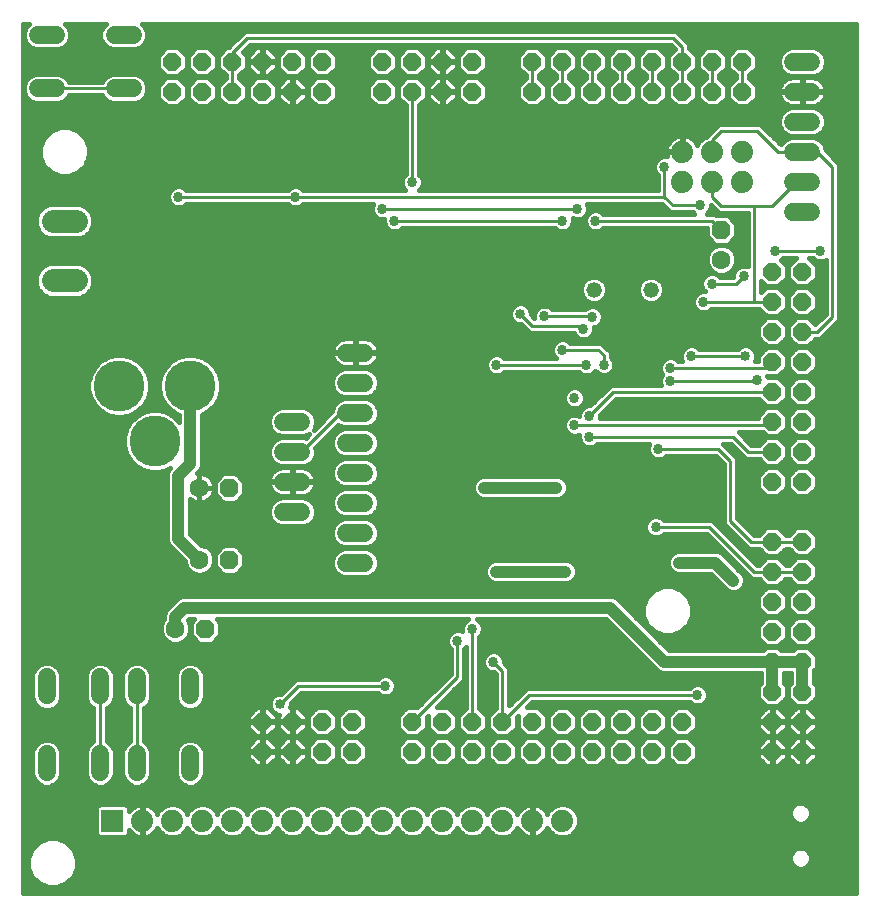
<source format=gbl>
G75*
%MOIN*%
%OFA0B0*%
%FSLAX25Y25*%
%IPPOS*%
%LPD*%
%AMOC8*
5,1,8,0,0,1.08239X$1,22.5*
%
%ADD10C,0.05200*%
%ADD11C,0.06000*%
%ADD12OC8,0.06300*%
%ADD13C,0.06300*%
%ADD14R,0.07400X0.07400*%
%ADD15C,0.07400*%
%ADD16C,0.17000*%
%ADD17OC8,0.06000*%
%ADD18C,0.07800*%
%ADD19C,0.01000*%
%ADD20C,0.03378*%
%ADD21C,0.04000*%
%ADD22C,0.01600*%
%ADD23C,0.03350*%
D10*
X0194000Y0317200D03*
X0213000Y0317200D03*
D11*
X0260500Y0343200D02*
X0266500Y0343200D01*
X0266500Y0353200D02*
X0260500Y0353200D01*
X0260500Y0363200D02*
X0266500Y0363200D01*
X0266500Y0373200D02*
X0260500Y0373200D01*
X0260500Y0383200D02*
X0266500Y0383200D01*
X0266500Y0393200D02*
X0260500Y0393200D01*
X0117500Y0296200D02*
X0111500Y0296200D01*
X0111500Y0286200D02*
X0117500Y0286200D01*
X0117500Y0276200D02*
X0111500Y0276200D01*
X0111500Y0266200D02*
X0117500Y0266200D01*
X0117500Y0256200D02*
X0111500Y0256200D01*
X0111500Y0246200D02*
X0117500Y0246200D01*
X0117500Y0236200D02*
X0111500Y0236200D01*
X0111500Y0226200D02*
X0117500Y0226200D01*
X0096500Y0243200D02*
X0090500Y0243200D01*
X0090500Y0253200D02*
X0096500Y0253200D01*
X0096500Y0263200D02*
X0090500Y0263200D01*
X0090500Y0273200D02*
X0096500Y0273200D01*
X0059400Y0188000D02*
X0059400Y0182000D01*
X0041600Y0182000D02*
X0041600Y0188000D01*
X0029400Y0188000D02*
X0029400Y0182000D01*
X0029400Y0162400D02*
X0029400Y0156400D01*
X0041600Y0156400D02*
X0041600Y0162400D01*
X0059400Y0162400D02*
X0059400Y0156400D01*
X0011600Y0156400D02*
X0011600Y0162400D01*
X0011600Y0182000D02*
X0011600Y0188000D01*
X0008700Y0384300D02*
X0014700Y0384300D01*
X0014700Y0402100D02*
X0008700Y0402100D01*
X0034300Y0402100D02*
X0040300Y0402100D01*
X0040300Y0384300D02*
X0034300Y0384300D01*
D12*
X0072500Y0251200D03*
X0072500Y0227200D03*
X0064500Y0204200D03*
X0236500Y0337200D03*
D13*
X0236500Y0327200D03*
X0062500Y0251200D03*
X0062500Y0227200D03*
X0054500Y0204200D03*
D14*
X0033516Y0140224D03*
D15*
X0043516Y0140224D03*
X0053516Y0140224D03*
X0063516Y0140224D03*
X0073516Y0140224D03*
X0083516Y0140224D03*
X0093516Y0140224D03*
X0103516Y0140224D03*
X0113516Y0140224D03*
X0123516Y0140224D03*
X0133516Y0140224D03*
X0143516Y0140224D03*
X0153516Y0140224D03*
X0163516Y0140224D03*
X0173516Y0140224D03*
X0183516Y0140224D03*
X0223500Y0353200D03*
X0223500Y0363200D03*
X0233500Y0363200D03*
X0233500Y0353200D03*
X0243500Y0353200D03*
X0243500Y0363200D03*
D16*
X0059437Y0285200D03*
X0047626Y0266696D03*
X0035815Y0285200D03*
D17*
X0053500Y0383200D03*
X0053500Y0393200D03*
X0063500Y0393200D03*
X0063500Y0383200D03*
X0073500Y0383200D03*
X0073500Y0393200D03*
X0083500Y0393200D03*
X0083500Y0383200D03*
X0093500Y0383200D03*
X0093500Y0393200D03*
X0103500Y0393200D03*
X0103500Y0383200D03*
X0123500Y0383200D03*
X0123500Y0393200D03*
X0133500Y0393200D03*
X0133500Y0383200D03*
X0143500Y0383200D03*
X0143500Y0393200D03*
X0153500Y0393200D03*
X0153500Y0383200D03*
X0173500Y0383200D03*
X0173500Y0393200D03*
X0183500Y0393200D03*
X0183500Y0383200D03*
X0193500Y0383200D03*
X0193500Y0393200D03*
X0203500Y0393200D03*
X0203500Y0383200D03*
X0213500Y0383200D03*
X0213500Y0393200D03*
X0223500Y0393200D03*
X0223500Y0383200D03*
X0233500Y0383200D03*
X0233500Y0393200D03*
X0243500Y0393200D03*
X0243500Y0383200D03*
X0253500Y0323200D03*
X0253500Y0313200D03*
X0253500Y0303200D03*
X0253500Y0293200D03*
X0253500Y0283200D03*
X0253500Y0273200D03*
X0253500Y0263200D03*
X0253500Y0253200D03*
X0263500Y0253200D03*
X0263500Y0263200D03*
X0263500Y0273200D03*
X0263500Y0283200D03*
X0263500Y0293200D03*
X0263500Y0303200D03*
X0263500Y0313200D03*
X0263500Y0323200D03*
X0263500Y0233200D03*
X0263500Y0223200D03*
X0263500Y0213200D03*
X0263500Y0203200D03*
X0263500Y0193200D03*
X0263500Y0183200D03*
X0263500Y0173200D03*
X0263500Y0163200D03*
X0253500Y0163200D03*
X0253500Y0173200D03*
X0253500Y0183200D03*
X0253500Y0193200D03*
X0253500Y0203200D03*
X0253500Y0213200D03*
X0253500Y0223200D03*
X0253500Y0233200D03*
X0223500Y0173200D03*
X0223500Y0163200D03*
X0213500Y0163200D03*
X0213500Y0173200D03*
X0203500Y0173200D03*
X0203500Y0163200D03*
X0193500Y0163200D03*
X0193500Y0173200D03*
X0183500Y0173200D03*
X0183500Y0163200D03*
X0173500Y0163200D03*
X0173500Y0173200D03*
X0163500Y0173200D03*
X0163500Y0163200D03*
X0153500Y0163200D03*
X0153500Y0173200D03*
X0143500Y0173200D03*
X0143500Y0163200D03*
X0133500Y0163200D03*
X0133500Y0173200D03*
X0113500Y0173200D03*
X0113500Y0163200D03*
X0103500Y0163200D03*
X0103500Y0173200D03*
X0093500Y0173200D03*
X0093500Y0163200D03*
X0083500Y0163200D03*
X0083500Y0173200D03*
D18*
X0021400Y0320300D02*
X0013600Y0320300D01*
X0013600Y0340100D02*
X0021400Y0340100D01*
D19*
X0055500Y0348200D02*
X0087990Y0348200D01*
X0094500Y0348200D01*
X0217500Y0348200D01*
X0217500Y0358200D01*
X0217500Y0348200D02*
X0220311Y0345389D01*
X0229500Y0345389D01*
X0233500Y0348200D02*
X0233500Y0353200D01*
X0233500Y0348200D02*
X0236500Y0345200D01*
X0247500Y0345200D01*
X0247500Y0313200D01*
X0230500Y0313200D01*
X0233311Y0319200D02*
X0241500Y0319200D01*
X0244000Y0321700D01*
X0247500Y0313200D02*
X0253500Y0313200D01*
X0263500Y0303200D02*
X0268500Y0303200D01*
X0273500Y0308200D01*
X0273500Y0358200D01*
X0268500Y0363200D01*
X0263500Y0363200D01*
X0255500Y0363200D01*
X0248500Y0370200D01*
X0236500Y0370200D01*
X0233500Y0367200D01*
X0233500Y0363200D01*
X0233500Y0383200D02*
X0233500Y0393200D01*
X0223500Y0393200D02*
X0223500Y0383200D01*
X0223500Y0393200D02*
X0223500Y0398200D01*
X0220500Y0401200D01*
X0078500Y0401200D01*
X0073500Y0396200D01*
X0073500Y0393200D01*
X0073500Y0383200D01*
X0037300Y0384300D02*
X0011700Y0384300D01*
X0109500Y0276200D02*
X0096500Y0263200D01*
X0093500Y0263200D01*
X0109500Y0276200D02*
X0114500Y0276200D01*
X0161500Y0292200D02*
X0161511Y0292211D01*
X0191500Y0292211D01*
X0197250Y0292247D02*
X0197250Y0295450D01*
X0195500Y0297200D01*
X0183500Y0297200D01*
X0190500Y0304200D02*
X0189500Y0305200D01*
X0173500Y0305200D01*
X0169500Y0309200D01*
X0177500Y0308389D02*
X0193311Y0308389D01*
X0193500Y0308200D01*
X0200500Y0283200D02*
X0192500Y0275200D01*
X0192500Y0268200D02*
X0240500Y0268200D01*
X0245500Y0263200D01*
X0247500Y0263200D01*
X0253500Y0263200D01*
X0252311Y0272011D02*
X0253500Y0273200D01*
X0252311Y0272011D02*
X0187500Y0272011D01*
X0200500Y0283200D02*
X0253500Y0283200D01*
X0248500Y0287200D02*
X0248122Y0286822D01*
X0219500Y0286822D01*
X0219500Y0291200D02*
X0251500Y0291200D01*
X0253500Y0293200D01*
X0244500Y0295200D02*
X0226500Y0295200D01*
X0235500Y0264200D02*
X0215500Y0264200D01*
X0235500Y0264200D02*
X0239500Y0260200D01*
X0239500Y0240200D01*
X0246500Y0233200D01*
X0253500Y0233200D01*
X0263500Y0233200D01*
X0263500Y0223200D02*
X0253500Y0223200D01*
X0247500Y0223200D01*
X0232500Y0238200D01*
X0214563Y0238200D01*
X0228500Y0182200D02*
X0172500Y0182200D01*
X0163500Y0173200D01*
X0163500Y0190200D01*
X0160500Y0193200D01*
X0153500Y0200200D02*
X0153500Y0173200D01*
X0148500Y0188200D02*
X0133500Y0173200D01*
X0124500Y0185200D02*
X0095500Y0185200D01*
X0089384Y0179084D01*
X0041600Y0185000D02*
X0041600Y0159400D01*
X0029400Y0159400D02*
X0029400Y0185000D01*
X0148500Y0188200D02*
X0148500Y0200200D01*
X0153500Y0200200D02*
X0153500Y0204200D01*
X0164689Y0251200D02*
X0165500Y0251200D01*
X0183500Y0340200D02*
X0127500Y0340200D01*
X0123500Y0344200D02*
X0188500Y0344200D01*
X0194500Y0340200D02*
X0233500Y0340200D01*
X0236500Y0337200D01*
X0247500Y0345200D02*
X0253500Y0345200D01*
X0261500Y0353200D01*
X0263500Y0353200D01*
X0269500Y0330200D02*
X0254500Y0330200D01*
X0243500Y0383200D02*
X0243500Y0393200D01*
X0213500Y0393200D02*
X0213500Y0383200D01*
X0203500Y0383200D02*
X0203500Y0393200D01*
X0193500Y0393200D02*
X0193500Y0383200D01*
X0183500Y0383200D02*
X0183500Y0393200D01*
X0173500Y0393200D02*
X0173500Y0383200D01*
X0133500Y0383200D02*
X0133500Y0353200D01*
X0133374Y0353074D01*
D20*
X0133374Y0353074D03*
X0123500Y0344200D03*
X0127500Y0340200D03*
X0094500Y0348200D03*
X0090500Y0342200D03*
X0055500Y0348200D03*
X0157500Y0251200D03*
X0180500Y0244200D03*
X0181500Y0251200D03*
X0192500Y0268200D03*
X0192500Y0275200D03*
X0187500Y0272011D03*
X0187500Y0281200D03*
X0186500Y0287200D03*
X0191500Y0292211D03*
X0197250Y0292247D03*
X0190500Y0304200D03*
X0193500Y0308200D03*
X0183500Y0297200D03*
X0177500Y0308389D03*
X0161500Y0292200D03*
X0183500Y0340200D03*
X0188500Y0344200D03*
X0194500Y0340200D03*
X0217500Y0358200D03*
X0229500Y0345389D03*
X0244000Y0321700D03*
X0233311Y0319200D03*
X0230500Y0313200D03*
X0226500Y0295200D03*
X0219500Y0291200D03*
X0219500Y0286822D03*
X0212500Y0291200D03*
X0212500Y0303200D03*
X0215500Y0264200D03*
X0223500Y0253200D03*
X0214563Y0238200D03*
X0222500Y0226200D03*
X0240500Y0220200D03*
X0228500Y0182200D03*
X0223500Y0140200D03*
X0256500Y0127200D03*
X0184500Y0223200D03*
X0161500Y0223200D03*
X0153500Y0204200D03*
X0148500Y0200200D03*
X0160500Y0193200D03*
X0124500Y0185200D03*
X0243500Y0278137D03*
X0248500Y0287200D03*
X0254500Y0330200D03*
X0269500Y0330200D03*
D21*
X0234500Y0226200D02*
X0222500Y0226200D01*
X0234500Y0226200D02*
X0240500Y0220200D01*
X0253500Y0193200D02*
X0217500Y0193200D01*
X0199500Y0211200D01*
X0057500Y0211200D01*
X0054500Y0208200D01*
X0054500Y0204200D01*
X0062500Y0227200D02*
X0055500Y0234200D01*
X0055500Y0255200D01*
X0059437Y0259137D01*
X0059437Y0285200D01*
X0157500Y0251200D02*
X0164689Y0251200D01*
X0165500Y0251200D02*
X0181500Y0251200D01*
X0184500Y0223200D02*
X0161500Y0223200D01*
X0253500Y0193200D02*
X0253500Y0183200D01*
X0253500Y0193200D02*
X0263500Y0193200D01*
X0263500Y0183200D01*
D22*
X0003800Y0116200D02*
X0003800Y0405900D01*
X0005712Y0405900D01*
X0004631Y0404819D01*
X0003900Y0403055D01*
X0003900Y0401145D01*
X0004631Y0399381D01*
X0005981Y0398031D01*
X0007745Y0397300D01*
X0015655Y0397300D01*
X0017419Y0398031D01*
X0018769Y0399381D01*
X0019500Y0401145D01*
X0019500Y0403055D01*
X0018769Y0404819D01*
X0017688Y0405900D01*
X0031312Y0405900D01*
X0030231Y0404819D01*
X0029500Y0403055D01*
X0029500Y0401145D01*
X0030231Y0399381D01*
X0031581Y0398031D01*
X0033345Y0397300D01*
X0041255Y0397300D01*
X0043019Y0398031D01*
X0044369Y0399381D01*
X0045100Y0401145D01*
X0045100Y0403055D01*
X0044369Y0404819D01*
X0043288Y0405900D01*
X0281200Y0405900D01*
X0281200Y0116200D01*
X0003800Y0116200D01*
X0003800Y0116813D02*
X0281200Y0116813D01*
X0281200Y0118412D02*
X0015864Y0118412D01*
X0015111Y0118100D02*
X0018088Y0119333D01*
X0020367Y0121612D01*
X0021600Y0124589D01*
X0021600Y0127811D01*
X0020367Y0130788D01*
X0018088Y0133067D01*
X0015111Y0134300D01*
X0011889Y0134300D01*
X0008912Y0133067D01*
X0006633Y0130788D01*
X0005400Y0127811D01*
X0005400Y0124589D01*
X0006633Y0121612D01*
X0008912Y0119333D01*
X0011889Y0118100D01*
X0015111Y0118100D01*
X0011136Y0118412D02*
X0003800Y0118412D01*
X0003800Y0120010D02*
X0008234Y0120010D01*
X0006636Y0121609D02*
X0003800Y0121609D01*
X0003800Y0123207D02*
X0005972Y0123207D01*
X0005400Y0124806D02*
X0003800Y0124806D01*
X0003800Y0126404D02*
X0005400Y0126404D01*
X0005479Y0128003D02*
X0003800Y0128003D01*
X0003800Y0129601D02*
X0006142Y0129601D01*
X0007045Y0131200D02*
X0003800Y0131200D01*
X0003800Y0132799D02*
X0008643Y0132799D01*
X0003800Y0134397D02*
X0281200Y0134397D01*
X0281200Y0132799D02*
X0018357Y0132799D01*
X0019955Y0131200D02*
X0281200Y0131200D01*
X0281200Y0129601D02*
X0265819Y0129601D01*
X0265783Y0129687D02*
X0264806Y0130664D01*
X0263529Y0131193D01*
X0262148Y0131193D01*
X0260871Y0130664D01*
X0259894Y0129687D01*
X0259365Y0128411D01*
X0259365Y0127029D01*
X0259894Y0125752D01*
X0260871Y0124775D01*
X0262148Y0124246D01*
X0263529Y0124246D01*
X0264806Y0124775D01*
X0265783Y0125752D01*
X0266312Y0127029D01*
X0266312Y0128411D01*
X0265783Y0129687D01*
X0266312Y0128003D02*
X0281200Y0128003D01*
X0281200Y0126404D02*
X0266053Y0126404D01*
X0264837Y0124806D02*
X0281200Y0124806D01*
X0281200Y0123207D02*
X0021028Y0123207D01*
X0021600Y0124806D02*
X0260840Y0124806D01*
X0259624Y0126404D02*
X0021600Y0126404D01*
X0021521Y0128003D02*
X0259365Y0128003D01*
X0259859Y0129601D02*
X0020858Y0129601D01*
X0020364Y0121609D02*
X0281200Y0121609D01*
X0281200Y0120010D02*
X0018766Y0120010D01*
X0029070Y0134724D02*
X0028016Y0135778D01*
X0028016Y0144669D01*
X0029070Y0145724D01*
X0037961Y0145724D01*
X0039016Y0144669D01*
X0039016Y0143387D01*
X0039321Y0143807D01*
X0039933Y0144419D01*
X0040633Y0144928D01*
X0041404Y0145321D01*
X0042228Y0145588D01*
X0043083Y0145724D01*
X0043316Y0145724D01*
X0043316Y0140424D01*
X0043716Y0140424D01*
X0043716Y0145724D01*
X0043949Y0145724D01*
X0044804Y0145588D01*
X0045627Y0145321D01*
X0046398Y0144928D01*
X0047099Y0144419D01*
X0047711Y0143807D01*
X0048220Y0143106D01*
X0048516Y0142525D01*
X0048853Y0143339D01*
X0050400Y0144886D01*
X0052422Y0145724D01*
X0054610Y0145724D01*
X0056631Y0144886D01*
X0058178Y0143339D01*
X0058516Y0142525D01*
X0058853Y0143339D01*
X0060400Y0144886D01*
X0062422Y0145724D01*
X0064610Y0145724D01*
X0066631Y0144886D01*
X0068178Y0143339D01*
X0068516Y0142525D01*
X0068853Y0143339D01*
X0070400Y0144886D01*
X0072422Y0145724D01*
X0074610Y0145724D01*
X0076631Y0144886D01*
X0078178Y0143339D01*
X0078516Y0142525D01*
X0078853Y0143339D01*
X0080400Y0144886D01*
X0082422Y0145724D01*
X0084610Y0145724D01*
X0086631Y0144886D01*
X0088178Y0143339D01*
X0088516Y0142525D01*
X0088853Y0143339D01*
X0090400Y0144886D01*
X0092422Y0145724D01*
X0094610Y0145724D01*
X0096631Y0144886D01*
X0098178Y0143339D01*
X0098516Y0142525D01*
X0098853Y0143339D01*
X0100400Y0144886D01*
X0102422Y0145724D01*
X0104610Y0145724D01*
X0106631Y0144886D01*
X0108178Y0143339D01*
X0108516Y0142525D01*
X0108853Y0143339D01*
X0110400Y0144886D01*
X0112422Y0145724D01*
X0114610Y0145724D01*
X0116631Y0144886D01*
X0118178Y0143339D01*
X0118516Y0142525D01*
X0118853Y0143339D01*
X0120400Y0144886D01*
X0122422Y0145724D01*
X0124610Y0145724D01*
X0126631Y0144886D01*
X0128178Y0143339D01*
X0128516Y0142525D01*
X0128853Y0143339D01*
X0130400Y0144886D01*
X0132422Y0145724D01*
X0134610Y0145724D01*
X0136631Y0144886D01*
X0138178Y0143339D01*
X0138516Y0142525D01*
X0138853Y0143339D01*
X0140400Y0144886D01*
X0142422Y0145724D01*
X0144610Y0145724D01*
X0146631Y0144886D01*
X0148178Y0143339D01*
X0148516Y0142525D01*
X0148853Y0143339D01*
X0150400Y0144886D01*
X0152422Y0145724D01*
X0154610Y0145724D01*
X0156631Y0144886D01*
X0158178Y0143339D01*
X0158516Y0142525D01*
X0158853Y0143339D01*
X0160400Y0144886D01*
X0162422Y0145724D01*
X0164610Y0145724D01*
X0166631Y0144886D01*
X0168178Y0143339D01*
X0168516Y0142525D01*
X0168812Y0143106D01*
X0169321Y0143807D01*
X0169933Y0144419D01*
X0170633Y0144928D01*
X0171404Y0145321D01*
X0172228Y0145588D01*
X0173083Y0145724D01*
X0173316Y0145724D01*
X0173316Y0140424D01*
X0173716Y0140424D01*
X0173716Y0145724D01*
X0173949Y0145724D01*
X0174804Y0145588D01*
X0175627Y0145321D01*
X0176398Y0144928D01*
X0177099Y0144419D01*
X0177711Y0143807D01*
X0178220Y0143106D01*
X0178516Y0142525D01*
X0178853Y0143339D01*
X0180400Y0144886D01*
X0182422Y0145724D01*
X0184610Y0145724D01*
X0186631Y0144886D01*
X0188178Y0143339D01*
X0189016Y0141318D01*
X0189016Y0139130D01*
X0188178Y0137108D01*
X0186631Y0135561D01*
X0184610Y0134724D01*
X0182422Y0134724D01*
X0180400Y0135561D01*
X0178853Y0137108D01*
X0178516Y0137922D01*
X0178220Y0137341D01*
X0177711Y0136641D01*
X0177099Y0136028D01*
X0176398Y0135520D01*
X0175627Y0135127D01*
X0174804Y0134859D01*
X0173949Y0134724D01*
X0173716Y0134724D01*
X0173716Y0140024D01*
X0173316Y0140024D01*
X0173316Y0134724D01*
X0173083Y0134724D01*
X0172228Y0134859D01*
X0171404Y0135127D01*
X0170633Y0135520D01*
X0169933Y0136028D01*
X0169321Y0136641D01*
X0168812Y0137341D01*
X0168516Y0137922D01*
X0168178Y0137108D01*
X0166631Y0135561D01*
X0164610Y0134724D01*
X0162422Y0134724D01*
X0160400Y0135561D01*
X0158853Y0137108D01*
X0158516Y0137923D01*
X0158178Y0137108D01*
X0156631Y0135561D01*
X0154610Y0134724D01*
X0152422Y0134724D01*
X0150400Y0135561D01*
X0148853Y0137108D01*
X0148516Y0137923D01*
X0148178Y0137108D01*
X0146631Y0135561D01*
X0144610Y0134724D01*
X0142422Y0134724D01*
X0140400Y0135561D01*
X0138853Y0137108D01*
X0138516Y0137923D01*
X0138178Y0137108D01*
X0136631Y0135561D01*
X0134610Y0134724D01*
X0132422Y0134724D01*
X0130400Y0135561D01*
X0128853Y0137108D01*
X0128516Y0137923D01*
X0128178Y0137108D01*
X0126631Y0135561D01*
X0124610Y0134724D01*
X0122422Y0134724D01*
X0120400Y0135561D01*
X0118853Y0137108D01*
X0118516Y0137923D01*
X0118178Y0137108D01*
X0116631Y0135561D01*
X0114610Y0134724D01*
X0112422Y0134724D01*
X0110400Y0135561D01*
X0108853Y0137108D01*
X0108516Y0137923D01*
X0108178Y0137108D01*
X0106631Y0135561D01*
X0104610Y0134724D01*
X0102422Y0134724D01*
X0100400Y0135561D01*
X0098853Y0137108D01*
X0098516Y0137923D01*
X0098178Y0137108D01*
X0096631Y0135561D01*
X0094610Y0134724D01*
X0092422Y0134724D01*
X0090400Y0135561D01*
X0088853Y0137108D01*
X0088516Y0137923D01*
X0088178Y0137108D01*
X0086631Y0135561D01*
X0084610Y0134724D01*
X0082422Y0134724D01*
X0080400Y0135561D01*
X0078853Y0137108D01*
X0078516Y0137923D01*
X0078178Y0137108D01*
X0076631Y0135561D01*
X0074610Y0134724D01*
X0072422Y0134724D01*
X0070400Y0135561D01*
X0068853Y0137108D01*
X0068516Y0137923D01*
X0068178Y0137108D01*
X0066631Y0135561D01*
X0064610Y0134724D01*
X0062422Y0134724D01*
X0060400Y0135561D01*
X0058853Y0137108D01*
X0058516Y0137923D01*
X0058178Y0137108D01*
X0056631Y0135561D01*
X0054610Y0134724D01*
X0052422Y0134724D01*
X0050400Y0135561D01*
X0048853Y0137108D01*
X0048516Y0137922D01*
X0048220Y0137341D01*
X0047711Y0136641D01*
X0047099Y0136028D01*
X0046398Y0135520D01*
X0045627Y0135127D01*
X0044804Y0134859D01*
X0043949Y0134724D01*
X0043716Y0134724D01*
X0043716Y0140024D01*
X0043316Y0140024D01*
X0043316Y0134724D01*
X0043083Y0134724D01*
X0042228Y0134859D01*
X0041404Y0135127D01*
X0040633Y0135520D01*
X0039933Y0136028D01*
X0039321Y0136641D01*
X0039016Y0137060D01*
X0039016Y0135778D01*
X0037961Y0134724D01*
X0029070Y0134724D01*
X0028016Y0135996D02*
X0003800Y0135996D01*
X0003800Y0137594D02*
X0028016Y0137594D01*
X0028016Y0139193D02*
X0003800Y0139193D01*
X0003800Y0140791D02*
X0028016Y0140791D01*
X0028016Y0142390D02*
X0003800Y0142390D01*
X0003800Y0143988D02*
X0028016Y0143988D01*
X0028933Y0145587D02*
X0003800Y0145587D01*
X0003800Y0147185D02*
X0281200Y0147185D01*
X0281200Y0145587D02*
X0264844Y0145587D01*
X0264806Y0145625D02*
X0263529Y0146154D01*
X0262148Y0146154D01*
X0260871Y0145625D01*
X0259894Y0144648D01*
X0259365Y0143371D01*
X0259365Y0141989D01*
X0259894Y0140713D01*
X0260871Y0139736D01*
X0262148Y0139207D01*
X0263529Y0139207D01*
X0264806Y0139736D01*
X0265783Y0140713D01*
X0266312Y0141989D01*
X0266312Y0143371D01*
X0265783Y0144648D01*
X0264806Y0145625D01*
X0266056Y0143988D02*
X0281200Y0143988D01*
X0281200Y0142390D02*
X0266312Y0142390D01*
X0265815Y0140791D02*
X0281200Y0140791D01*
X0281200Y0139193D02*
X0189016Y0139193D01*
X0189016Y0140791D02*
X0259862Y0140791D01*
X0259365Y0142390D02*
X0188572Y0142390D01*
X0187529Y0143988D02*
X0259621Y0143988D01*
X0260833Y0145587D02*
X0184941Y0145587D01*
X0182091Y0145587D02*
X0174809Y0145587D01*
X0173716Y0145587D02*
X0173316Y0145587D01*
X0172223Y0145587D02*
X0164941Y0145587D01*
X0162091Y0145587D02*
X0154941Y0145587D01*
X0152091Y0145587D02*
X0144941Y0145587D01*
X0142091Y0145587D02*
X0134941Y0145587D01*
X0132091Y0145587D02*
X0124941Y0145587D01*
X0122091Y0145587D02*
X0114941Y0145587D01*
X0112091Y0145587D02*
X0104941Y0145587D01*
X0102091Y0145587D02*
X0094941Y0145587D01*
X0092091Y0145587D02*
X0084941Y0145587D01*
X0082091Y0145587D02*
X0074941Y0145587D01*
X0072091Y0145587D02*
X0064941Y0145587D01*
X0062091Y0145587D02*
X0054941Y0145587D01*
X0052091Y0145587D02*
X0044809Y0145587D01*
X0043716Y0145587D02*
X0043316Y0145587D01*
X0042223Y0145587D02*
X0038098Y0145587D01*
X0039016Y0143988D02*
X0039502Y0143988D01*
X0043316Y0143988D02*
X0043716Y0143988D01*
X0043716Y0142390D02*
X0043316Y0142390D01*
X0043316Y0140791D02*
X0043716Y0140791D01*
X0043716Y0139193D02*
X0043316Y0139193D01*
X0043316Y0137594D02*
X0043716Y0137594D01*
X0043716Y0135996D02*
X0043316Y0135996D01*
X0039978Y0135996D02*
X0039016Y0135996D01*
X0047053Y0135996D02*
X0049966Y0135996D01*
X0048652Y0137594D02*
X0048349Y0137594D01*
X0047529Y0143988D02*
X0049502Y0143988D01*
X0044319Y0152331D02*
X0045669Y0153681D01*
X0046400Y0155445D01*
X0046400Y0163355D01*
X0045669Y0165119D01*
X0044319Y0166469D01*
X0043900Y0166643D01*
X0043900Y0177757D01*
X0044319Y0177931D01*
X0045669Y0179281D01*
X0046400Y0181045D01*
X0046400Y0188955D01*
X0045669Y0190719D01*
X0044319Y0192069D01*
X0042555Y0192800D01*
X0040645Y0192800D01*
X0038881Y0192069D01*
X0037531Y0190719D01*
X0036800Y0188955D01*
X0036800Y0181045D01*
X0037531Y0179281D01*
X0038881Y0177931D01*
X0039300Y0177757D01*
X0039300Y0166643D01*
X0038881Y0166469D01*
X0037531Y0165119D01*
X0036800Y0163355D01*
X0036800Y0155445D01*
X0037531Y0153681D01*
X0038881Y0152331D01*
X0040645Y0151600D01*
X0042555Y0151600D01*
X0044319Y0152331D01*
X0043474Y0151981D02*
X0057526Y0151981D01*
X0056681Y0152331D02*
X0058445Y0151600D01*
X0060355Y0151600D01*
X0062119Y0152331D01*
X0063469Y0153681D01*
X0064200Y0155445D01*
X0064200Y0163355D01*
X0063469Y0165119D01*
X0062119Y0166469D01*
X0060355Y0167200D01*
X0058445Y0167200D01*
X0056681Y0166469D01*
X0055331Y0165119D01*
X0054600Y0163355D01*
X0054600Y0155445D01*
X0055331Y0153681D01*
X0056681Y0152331D01*
X0055433Y0153579D02*
X0045567Y0153579D01*
X0046289Y0155178D02*
X0054711Y0155178D01*
X0054600Y0156776D02*
X0046400Y0156776D01*
X0046400Y0158375D02*
X0054600Y0158375D01*
X0054600Y0159973D02*
X0046400Y0159973D01*
X0046400Y0161572D02*
X0054600Y0161572D01*
X0054600Y0163170D02*
X0046400Y0163170D01*
X0045814Y0164769D02*
X0055186Y0164769D01*
X0056579Y0166367D02*
X0044421Y0166367D01*
X0043900Y0167966D02*
X0081478Y0167966D01*
X0081512Y0168000D02*
X0078700Y0165188D01*
X0078700Y0163400D01*
X0083300Y0163400D01*
X0083300Y0168000D01*
X0081512Y0168000D01*
X0081512Y0168400D02*
X0083300Y0168400D01*
X0083300Y0173000D01*
X0083700Y0173000D01*
X0083700Y0173400D01*
X0088300Y0173400D01*
X0088300Y0175188D01*
X0085488Y0178000D01*
X0083700Y0178000D01*
X0083700Y0173400D01*
X0083300Y0173400D01*
X0083300Y0178000D01*
X0081512Y0178000D01*
X0078700Y0175188D01*
X0078700Y0173400D01*
X0083300Y0173400D01*
X0083300Y0173000D01*
X0078700Y0173000D01*
X0078700Y0171212D01*
X0081512Y0168400D01*
X0080348Y0169564D02*
X0043900Y0169564D01*
X0043900Y0171163D02*
X0078749Y0171163D01*
X0078700Y0172761D02*
X0043900Y0172761D01*
X0043900Y0174360D02*
X0078700Y0174360D01*
X0079470Y0175958D02*
X0043900Y0175958D01*
X0043900Y0177557D02*
X0057584Y0177557D01*
X0058445Y0177200D02*
X0060355Y0177200D01*
X0062119Y0177931D01*
X0063469Y0179281D01*
X0064200Y0181045D01*
X0064200Y0188955D01*
X0063469Y0190719D01*
X0062119Y0192069D01*
X0060355Y0192800D01*
X0058445Y0192800D01*
X0056681Y0192069D01*
X0055331Y0190719D01*
X0054600Y0188955D01*
X0054600Y0181045D01*
X0055331Y0179281D01*
X0056681Y0177931D01*
X0058445Y0177200D01*
X0061216Y0177557D02*
X0081069Y0177557D01*
X0083300Y0177557D02*
X0083700Y0177557D01*
X0083700Y0175958D02*
X0083300Y0175958D01*
X0083300Y0174360D02*
X0083700Y0174360D01*
X0083700Y0173000D02*
X0088300Y0173000D01*
X0088300Y0171212D01*
X0085488Y0168400D01*
X0083700Y0168400D01*
X0083700Y0173000D01*
X0083700Y0172761D02*
X0083300Y0172761D01*
X0083300Y0171163D02*
X0083700Y0171163D01*
X0083700Y0169564D02*
X0083300Y0169564D01*
X0083300Y0167966D02*
X0083700Y0167966D01*
X0083700Y0168000D02*
X0085488Y0168000D01*
X0088300Y0165188D01*
X0088300Y0163400D01*
X0083700Y0163400D01*
X0083700Y0163000D01*
X0088300Y0163000D01*
X0088300Y0161212D01*
X0085488Y0158400D01*
X0083700Y0158400D01*
X0083700Y0163000D01*
X0083300Y0163000D01*
X0083300Y0158400D01*
X0081512Y0158400D01*
X0078700Y0161212D01*
X0078700Y0163000D01*
X0083300Y0163000D01*
X0083300Y0163400D01*
X0083700Y0163400D01*
X0083700Y0168000D01*
X0083700Y0166367D02*
X0083300Y0166367D01*
X0083300Y0164769D02*
X0083700Y0164769D01*
X0083700Y0163170D02*
X0093300Y0163170D01*
X0093300Y0163000D02*
X0088700Y0163000D01*
X0088700Y0161212D01*
X0091512Y0158400D01*
X0093300Y0158400D01*
X0093300Y0163000D01*
X0093700Y0163000D01*
X0093700Y0163400D01*
X0098300Y0163400D01*
X0098300Y0165188D01*
X0095488Y0168000D01*
X0093700Y0168000D01*
X0093700Y0163400D01*
X0093300Y0163400D01*
X0093300Y0168000D01*
X0091512Y0168000D01*
X0088700Y0165188D01*
X0088700Y0163400D01*
X0093300Y0163400D01*
X0093300Y0163000D01*
X0093700Y0163000D02*
X0093700Y0158400D01*
X0095488Y0158400D01*
X0098300Y0161212D01*
X0098300Y0163000D01*
X0093700Y0163000D01*
X0093700Y0163170D02*
X0098700Y0163170D01*
X0098700Y0161572D02*
X0098300Y0161572D01*
X0098700Y0161212D02*
X0101512Y0158400D01*
X0105488Y0158400D01*
X0108300Y0161212D01*
X0108300Y0165188D01*
X0105488Y0168000D01*
X0101512Y0168000D01*
X0098700Y0165188D01*
X0098700Y0161212D01*
X0099939Y0159973D02*
X0097061Y0159973D01*
X0093700Y0159973D02*
X0093300Y0159973D01*
X0093300Y0161572D02*
X0093700Y0161572D01*
X0093700Y0164769D02*
X0093300Y0164769D01*
X0093300Y0166367D02*
X0093700Y0166367D01*
X0093700Y0167966D02*
X0093300Y0167966D01*
X0093300Y0168400D02*
X0093300Y0173000D01*
X0093700Y0173000D01*
X0093700Y0173400D01*
X0093300Y0173400D01*
X0093300Y0178000D01*
X0092696Y0178000D01*
X0092859Y0178393D01*
X0092859Y0179306D01*
X0096453Y0182900D01*
X0121866Y0182900D01*
X0122524Y0182242D01*
X0123806Y0181711D01*
X0125194Y0181711D01*
X0126476Y0182242D01*
X0127458Y0183224D01*
X0127989Y0184506D01*
X0127989Y0185894D01*
X0127458Y0187176D01*
X0126476Y0188158D01*
X0125194Y0188689D01*
X0123806Y0188689D01*
X0122524Y0188158D01*
X0121866Y0187500D01*
X0094547Y0187500D01*
X0093200Y0186153D01*
X0089606Y0182559D01*
X0088693Y0182559D01*
X0087416Y0182030D01*
X0086438Y0181052D01*
X0085909Y0179775D01*
X0085909Y0178393D01*
X0086438Y0177116D01*
X0087416Y0176138D01*
X0088693Y0175609D01*
X0089121Y0175609D01*
X0088700Y0175188D01*
X0088700Y0173400D01*
X0093300Y0173400D01*
X0093300Y0173000D01*
X0088700Y0173000D01*
X0088700Y0171212D01*
X0091512Y0168400D01*
X0093300Y0168400D01*
X0093700Y0168400D02*
X0095488Y0168400D01*
X0098300Y0171212D01*
X0098300Y0173000D01*
X0093700Y0173000D01*
X0093700Y0168400D01*
X0093700Y0169564D02*
X0093300Y0169564D01*
X0093300Y0171163D02*
X0093700Y0171163D01*
X0093700Y0172761D02*
X0093300Y0172761D01*
X0093700Y0173400D02*
X0098300Y0173400D01*
X0098300Y0175188D01*
X0095488Y0178000D01*
X0093700Y0178000D01*
X0093700Y0173400D01*
X0093700Y0174360D02*
X0093300Y0174360D01*
X0093300Y0175958D02*
X0093700Y0175958D01*
X0093700Y0177557D02*
X0093300Y0177557D01*
X0092859Y0179155D02*
X0136203Y0179155D01*
X0135047Y0178000D02*
X0131512Y0178000D01*
X0128700Y0175188D01*
X0128700Y0171212D01*
X0131512Y0168400D01*
X0135488Y0168400D01*
X0138300Y0171212D01*
X0138300Y0174747D01*
X0138700Y0175147D01*
X0138700Y0171212D01*
X0141512Y0168400D01*
X0145488Y0168400D01*
X0148300Y0171212D01*
X0148300Y0175188D01*
X0145488Y0178000D01*
X0141553Y0178000D01*
X0149453Y0185900D01*
X0150800Y0187247D01*
X0150800Y0197566D01*
X0151200Y0197966D01*
X0151200Y0177688D01*
X0148700Y0175188D01*
X0148700Y0171212D01*
X0151512Y0168400D01*
X0155488Y0168400D01*
X0158300Y0171212D01*
X0158300Y0175188D01*
X0155800Y0177688D01*
X0155800Y0201566D01*
X0156458Y0202224D01*
X0156989Y0203506D01*
X0156989Y0204894D01*
X0156458Y0206176D01*
X0155476Y0207158D01*
X0154892Y0207400D01*
X0197926Y0207400D01*
X0214279Y0191047D01*
X0215347Y0189979D01*
X0216744Y0189400D01*
X0249700Y0189400D01*
X0249700Y0186188D01*
X0248700Y0185188D01*
X0248700Y0181212D01*
X0251512Y0178400D01*
X0255488Y0178400D01*
X0258300Y0181212D01*
X0258300Y0185188D01*
X0257300Y0186188D01*
X0257300Y0189400D01*
X0259700Y0189400D01*
X0259700Y0186188D01*
X0258700Y0185188D01*
X0258700Y0181212D01*
X0261512Y0178400D01*
X0265488Y0178400D01*
X0268300Y0181212D01*
X0268300Y0185188D01*
X0267300Y0186188D01*
X0267300Y0190212D01*
X0268300Y0191212D01*
X0268300Y0195188D01*
X0265488Y0198000D01*
X0261512Y0198000D01*
X0260512Y0197000D01*
X0256488Y0197000D01*
X0255488Y0198000D01*
X0251512Y0198000D01*
X0250512Y0197000D01*
X0219074Y0197000D01*
X0201653Y0214421D01*
X0200256Y0215000D01*
X0056744Y0215000D01*
X0055347Y0214421D01*
X0051279Y0210353D01*
X0050700Y0208956D01*
X0050700Y0207400D01*
X0050304Y0207004D01*
X0049550Y0205185D01*
X0049550Y0203215D01*
X0050304Y0201396D01*
X0051696Y0200004D01*
X0053515Y0199250D01*
X0055485Y0199250D01*
X0057304Y0200004D01*
X0058696Y0201396D01*
X0059450Y0203215D01*
X0059450Y0205185D01*
X0058696Y0207004D01*
X0058687Y0207013D01*
X0059074Y0207400D01*
X0060700Y0207400D01*
X0059550Y0206250D01*
X0059550Y0202150D01*
X0062450Y0199250D01*
X0066550Y0199250D01*
X0069450Y0202150D01*
X0069450Y0206250D01*
X0068300Y0207400D01*
X0152108Y0207400D01*
X0151524Y0207158D01*
X0150542Y0206176D01*
X0150011Y0204894D01*
X0150011Y0203506D01*
X0150089Y0203318D01*
X0149194Y0203689D01*
X0147806Y0203689D01*
X0146524Y0203158D01*
X0145542Y0202176D01*
X0145011Y0200894D01*
X0145011Y0199506D01*
X0145542Y0198224D01*
X0146200Y0197566D01*
X0146200Y0189153D01*
X0135047Y0178000D01*
X0137801Y0180754D02*
X0094307Y0180754D01*
X0095905Y0182352D02*
X0122413Y0182352D01*
X0126587Y0182352D02*
X0139400Y0182352D01*
X0140998Y0183951D02*
X0127759Y0183951D01*
X0127989Y0185549D02*
X0142597Y0185549D01*
X0144195Y0187148D02*
X0127470Y0187148D01*
X0131069Y0177557D02*
X0115931Y0177557D01*
X0115488Y0178000D02*
X0111512Y0178000D01*
X0108700Y0175188D01*
X0108700Y0171212D01*
X0111512Y0168400D01*
X0115488Y0168400D01*
X0118300Y0171212D01*
X0118300Y0175188D01*
X0115488Y0178000D01*
X0117530Y0175958D02*
X0129470Y0175958D01*
X0128700Y0174360D02*
X0118300Y0174360D01*
X0118300Y0172761D02*
X0128700Y0172761D01*
X0128749Y0171163D02*
X0118251Y0171163D01*
X0116652Y0169564D02*
X0130348Y0169564D01*
X0131512Y0168000D02*
X0128700Y0165188D01*
X0128700Y0161212D01*
X0131512Y0158400D01*
X0135488Y0158400D01*
X0138300Y0161212D01*
X0138300Y0165188D01*
X0135488Y0168000D01*
X0131512Y0168000D01*
X0131478Y0167966D02*
X0115522Y0167966D01*
X0115488Y0168000D02*
X0111512Y0168000D01*
X0108700Y0165188D01*
X0108700Y0161212D01*
X0111512Y0158400D01*
X0115488Y0158400D01*
X0118300Y0161212D01*
X0118300Y0165188D01*
X0115488Y0168000D01*
X0117121Y0166367D02*
X0129879Y0166367D01*
X0128700Y0164769D02*
X0118300Y0164769D01*
X0118300Y0163170D02*
X0128700Y0163170D01*
X0128700Y0161572D02*
X0118300Y0161572D01*
X0117061Y0159973D02*
X0129939Y0159973D01*
X0135522Y0167966D02*
X0141478Y0167966D01*
X0141512Y0168000D02*
X0138700Y0165188D01*
X0138700Y0161212D01*
X0141512Y0158400D01*
X0145488Y0158400D01*
X0148300Y0161212D01*
X0148300Y0165188D01*
X0145488Y0168000D01*
X0141512Y0168000D01*
X0140348Y0169564D02*
X0136652Y0169564D01*
X0138251Y0171163D02*
X0138749Y0171163D01*
X0138700Y0172761D02*
X0138300Y0172761D01*
X0138300Y0174360D02*
X0138700Y0174360D01*
X0142708Y0179155D02*
X0151200Y0179155D01*
X0151200Y0180754D02*
X0144307Y0180754D01*
X0145905Y0182352D02*
X0151200Y0182352D01*
X0151200Y0183951D02*
X0147504Y0183951D01*
X0149102Y0185549D02*
X0151200Y0185549D01*
X0151200Y0187148D02*
X0150701Y0187148D01*
X0150800Y0188746D02*
X0151200Y0188746D01*
X0151200Y0190345D02*
X0150800Y0190345D01*
X0150800Y0191943D02*
X0151200Y0191943D01*
X0151200Y0193542D02*
X0150800Y0193542D01*
X0150800Y0195140D02*
X0151200Y0195140D01*
X0151200Y0196739D02*
X0150800Y0196739D01*
X0155800Y0196739D02*
X0208587Y0196739D01*
X0206989Y0198337D02*
X0155800Y0198337D01*
X0155800Y0199936D02*
X0205390Y0199936D01*
X0203791Y0201534D02*
X0155800Y0201534D01*
X0156834Y0203133D02*
X0202193Y0203133D01*
X0200594Y0204732D02*
X0156989Y0204732D01*
X0156304Y0206330D02*
X0198996Y0206330D01*
X0203350Y0212724D02*
X0210778Y0212724D01*
X0210400Y0211811D02*
X0210400Y0208589D01*
X0211633Y0205612D01*
X0213912Y0203333D01*
X0216889Y0202100D01*
X0220111Y0202100D01*
X0223088Y0203333D01*
X0225367Y0205612D01*
X0226600Y0208589D01*
X0226600Y0211811D01*
X0225367Y0214788D01*
X0223088Y0217067D01*
X0220111Y0218300D01*
X0216889Y0218300D01*
X0213912Y0217067D01*
X0211633Y0214788D01*
X0210400Y0211811D01*
X0210400Y0211126D02*
X0204948Y0211126D01*
X0206547Y0209527D02*
X0210400Y0209527D01*
X0210673Y0207929D02*
X0208145Y0207929D01*
X0209744Y0206330D02*
X0211336Y0206330D01*
X0211342Y0204732D02*
X0212513Y0204732D01*
X0212941Y0203133D02*
X0214395Y0203133D01*
X0214539Y0201534D02*
X0248700Y0201534D01*
X0248700Y0201212D02*
X0248700Y0205188D01*
X0251512Y0208000D01*
X0255488Y0208000D01*
X0258300Y0205188D01*
X0258300Y0201212D01*
X0255488Y0198400D01*
X0251512Y0198400D01*
X0248700Y0201212D01*
X0249976Y0199936D02*
X0216138Y0199936D01*
X0217737Y0198337D02*
X0281200Y0198337D01*
X0281200Y0196739D02*
X0266749Y0196739D01*
X0265488Y0198400D02*
X0261512Y0198400D01*
X0258700Y0201212D01*
X0258700Y0205188D01*
X0261512Y0208000D01*
X0265488Y0208000D01*
X0268300Y0205188D01*
X0268300Y0201212D01*
X0265488Y0198400D01*
X0267024Y0199936D02*
X0281200Y0199936D01*
X0281200Y0201534D02*
X0268300Y0201534D01*
X0268300Y0203133D02*
X0281200Y0203133D01*
X0281200Y0204732D02*
X0268300Y0204732D01*
X0267158Y0206330D02*
X0281200Y0206330D01*
X0281200Y0207929D02*
X0265560Y0207929D01*
X0265488Y0208400D02*
X0268300Y0211212D01*
X0268300Y0215188D01*
X0265488Y0218000D01*
X0261512Y0218000D01*
X0258700Y0215188D01*
X0258700Y0211212D01*
X0261512Y0208400D01*
X0265488Y0208400D01*
X0266615Y0209527D02*
X0281200Y0209527D01*
X0281200Y0211126D02*
X0268214Y0211126D01*
X0268300Y0212724D02*
X0281200Y0212724D01*
X0281200Y0214323D02*
X0268300Y0214323D01*
X0267567Y0215921D02*
X0281200Y0215921D01*
X0281200Y0217520D02*
X0265969Y0217520D01*
X0265488Y0218400D02*
X0261512Y0218400D01*
X0259012Y0220900D01*
X0257988Y0220900D01*
X0255488Y0218400D01*
X0251512Y0218400D01*
X0249012Y0220900D01*
X0246547Y0220900D01*
X0231547Y0235900D01*
X0217197Y0235900D01*
X0216539Y0235242D01*
X0215257Y0234711D01*
X0213869Y0234711D01*
X0212587Y0235242D01*
X0211605Y0236224D01*
X0211074Y0237506D01*
X0211074Y0238894D01*
X0211605Y0240176D01*
X0212587Y0241158D01*
X0213869Y0241689D01*
X0215257Y0241689D01*
X0216539Y0241158D01*
X0217197Y0240500D01*
X0233453Y0240500D01*
X0248453Y0225500D01*
X0249012Y0225500D01*
X0251512Y0228000D01*
X0255488Y0228000D01*
X0257988Y0225500D01*
X0259012Y0225500D01*
X0261512Y0228000D01*
X0265488Y0228000D01*
X0268300Y0225188D01*
X0268300Y0221212D01*
X0265488Y0218400D01*
X0266206Y0219118D02*
X0281200Y0219118D01*
X0281200Y0220717D02*
X0267805Y0220717D01*
X0268300Y0222315D02*
X0281200Y0222315D01*
X0281200Y0223914D02*
X0268300Y0223914D01*
X0267976Y0225512D02*
X0281200Y0225512D01*
X0281200Y0227111D02*
X0266378Y0227111D01*
X0265488Y0228400D02*
X0268300Y0231212D01*
X0268300Y0235188D01*
X0265488Y0238000D01*
X0261512Y0238000D01*
X0259012Y0235500D01*
X0257988Y0235500D01*
X0255488Y0238000D01*
X0251512Y0238000D01*
X0249012Y0235500D01*
X0247453Y0235500D01*
X0241800Y0241153D01*
X0241800Y0261153D01*
X0237800Y0265153D01*
X0237053Y0265900D01*
X0239547Y0265900D01*
X0243200Y0262247D01*
X0244547Y0260900D01*
X0249012Y0260900D01*
X0251512Y0258400D01*
X0255488Y0258400D01*
X0258300Y0261212D01*
X0258300Y0265188D01*
X0255488Y0268000D01*
X0251512Y0268000D01*
X0249012Y0265500D01*
X0246453Y0265500D01*
X0242242Y0269711D01*
X0250201Y0269711D01*
X0251512Y0268400D01*
X0255488Y0268400D01*
X0258300Y0271212D01*
X0258300Y0275188D01*
X0255488Y0278000D01*
X0251512Y0278000D01*
X0248700Y0275188D01*
X0248700Y0274311D01*
X0195908Y0274311D01*
X0195989Y0274506D01*
X0195989Y0275436D01*
X0201453Y0280900D01*
X0249012Y0280900D01*
X0251512Y0278400D01*
X0255488Y0278400D01*
X0258300Y0281212D01*
X0258300Y0285188D01*
X0255488Y0288000D01*
X0251945Y0288000D01*
X0251779Y0288400D01*
X0255488Y0288400D01*
X0258300Y0291212D01*
X0258300Y0295188D01*
X0255488Y0298000D01*
X0251512Y0298000D01*
X0248700Y0295188D01*
X0248700Y0293500D01*
X0247557Y0293500D01*
X0247975Y0294509D01*
X0247975Y0295891D01*
X0247446Y0297168D01*
X0246468Y0298146D01*
X0245191Y0298675D01*
X0243809Y0298675D01*
X0242532Y0298146D01*
X0241886Y0297500D01*
X0229134Y0297500D01*
X0228476Y0298158D01*
X0227194Y0298689D01*
X0225806Y0298689D01*
X0224524Y0298158D01*
X0223542Y0297176D01*
X0223011Y0295894D01*
X0223011Y0294506D01*
X0223428Y0293500D01*
X0222134Y0293500D01*
X0221476Y0294158D01*
X0220194Y0294689D01*
X0218806Y0294689D01*
X0217524Y0294158D01*
X0216542Y0293176D01*
X0216011Y0291894D01*
X0216011Y0290506D01*
X0216542Y0289224D01*
X0216755Y0289011D01*
X0216542Y0288798D01*
X0216011Y0287516D01*
X0216011Y0286128D01*
X0216271Y0285500D01*
X0199547Y0285500D01*
X0192736Y0278689D01*
X0191806Y0278689D01*
X0190524Y0278158D01*
X0189542Y0277176D01*
X0189011Y0275894D01*
X0189011Y0275162D01*
X0188194Y0275500D01*
X0186806Y0275500D01*
X0185524Y0274969D01*
X0184542Y0273987D01*
X0184011Y0272705D01*
X0184011Y0271317D01*
X0184542Y0270035D01*
X0185524Y0269053D01*
X0186806Y0268522D01*
X0188194Y0268522D01*
X0189011Y0268860D01*
X0189011Y0267506D01*
X0189542Y0266224D01*
X0190524Y0265242D01*
X0191806Y0264711D01*
X0193194Y0264711D01*
X0194476Y0265242D01*
X0195134Y0265900D01*
X0212428Y0265900D01*
X0212011Y0264894D01*
X0212011Y0263506D01*
X0212542Y0262224D01*
X0213524Y0261242D01*
X0214806Y0260711D01*
X0216194Y0260711D01*
X0217476Y0261242D01*
X0218134Y0261900D01*
X0234547Y0261900D01*
X0237200Y0259247D01*
X0237200Y0239247D01*
X0244200Y0232247D01*
X0245547Y0230900D01*
X0249012Y0230900D01*
X0251512Y0228400D01*
X0255488Y0228400D01*
X0257988Y0230900D01*
X0259012Y0230900D01*
X0261512Y0228400D01*
X0265488Y0228400D01*
X0265797Y0228709D02*
X0281200Y0228709D01*
X0281200Y0230308D02*
X0267396Y0230308D01*
X0268300Y0231906D02*
X0281200Y0231906D01*
X0281200Y0233505D02*
X0268300Y0233505D01*
X0268300Y0235103D02*
X0281200Y0235103D01*
X0281200Y0236702D02*
X0266786Y0236702D01*
X0260214Y0236702D02*
X0256786Y0236702D01*
X0257396Y0230308D02*
X0259604Y0230308D01*
X0261203Y0228709D02*
X0255797Y0228709D01*
X0256378Y0227111D02*
X0260622Y0227111D01*
X0259024Y0225512D02*
X0257976Y0225512D01*
X0257805Y0220717D02*
X0259195Y0220717D01*
X0260794Y0219118D02*
X0256206Y0219118D01*
X0255488Y0218000D02*
X0251512Y0218000D01*
X0248700Y0215188D01*
X0248700Y0211212D01*
X0251512Y0208400D01*
X0255488Y0208400D01*
X0258300Y0211212D01*
X0258300Y0215188D01*
X0255488Y0218000D01*
X0255969Y0217520D02*
X0261031Y0217520D01*
X0259433Y0215921D02*
X0257567Y0215921D01*
X0258300Y0214323D02*
X0258700Y0214323D01*
X0258700Y0212724D02*
X0258300Y0212724D01*
X0258214Y0211126D02*
X0258786Y0211126D01*
X0260385Y0209527D02*
X0256615Y0209527D01*
X0255560Y0207929D02*
X0261440Y0207929D01*
X0259842Y0206330D02*
X0257158Y0206330D01*
X0258300Y0204732D02*
X0258700Y0204732D01*
X0258700Y0203133D02*
X0258300Y0203133D01*
X0258300Y0201534D02*
X0258700Y0201534D01*
X0259976Y0199936D02*
X0257024Y0199936D01*
X0248700Y0203133D02*
X0222605Y0203133D01*
X0224487Y0204732D02*
X0248700Y0204732D01*
X0249842Y0206330D02*
X0225664Y0206330D01*
X0226326Y0207929D02*
X0251440Y0207929D01*
X0250385Y0209527D02*
X0226600Y0209527D01*
X0226600Y0211126D02*
X0248786Y0211126D01*
X0248700Y0212724D02*
X0226222Y0212724D01*
X0225560Y0214323D02*
X0248700Y0214323D01*
X0249433Y0215921D02*
X0224234Y0215921D01*
X0221995Y0217520D02*
X0237806Y0217520D01*
X0238347Y0216979D02*
X0239744Y0216400D01*
X0241256Y0216400D01*
X0242653Y0216979D01*
X0243721Y0218047D01*
X0244300Y0219444D01*
X0244300Y0220956D01*
X0243721Y0222353D01*
X0236653Y0229421D01*
X0235256Y0230000D01*
X0233744Y0230000D01*
X0221744Y0230000D01*
X0220347Y0229421D01*
X0219279Y0228353D01*
X0218700Y0226956D01*
X0218700Y0225444D01*
X0219279Y0224047D01*
X0220347Y0222979D01*
X0221744Y0222400D01*
X0232926Y0222400D01*
X0238347Y0216979D01*
X0236208Y0219118D02*
X0003800Y0219118D01*
X0003800Y0217520D02*
X0215005Y0217520D01*
X0212766Y0215921D02*
X0003800Y0215921D01*
X0003800Y0214323D02*
X0055249Y0214323D01*
X0053650Y0212724D02*
X0003800Y0212724D01*
X0003800Y0211126D02*
X0052052Y0211126D01*
X0050937Y0209527D02*
X0003800Y0209527D01*
X0003800Y0207929D02*
X0050700Y0207929D01*
X0050024Y0206330D02*
X0003800Y0206330D01*
X0003800Y0204732D02*
X0049550Y0204732D01*
X0049584Y0203133D02*
X0003800Y0203133D01*
X0003800Y0201534D02*
X0050246Y0201534D01*
X0051859Y0199936D02*
X0003800Y0199936D01*
X0003800Y0198337D02*
X0145495Y0198337D01*
X0145011Y0199936D02*
X0067236Y0199936D01*
X0068835Y0201534D02*
X0145276Y0201534D01*
X0146499Y0203133D02*
X0069450Y0203133D01*
X0069450Y0204732D02*
X0150011Y0204732D01*
X0150696Y0206330D02*
X0069370Y0206330D01*
X0061764Y0199936D02*
X0057141Y0199936D01*
X0058754Y0201534D02*
X0060165Y0201534D01*
X0059550Y0203133D02*
X0059416Y0203133D01*
X0059450Y0204732D02*
X0059550Y0204732D01*
X0059630Y0206330D02*
X0058976Y0206330D01*
X0056555Y0191943D02*
X0044445Y0191943D01*
X0045824Y0190345D02*
X0055176Y0190345D01*
X0054600Y0188746D02*
X0046400Y0188746D01*
X0046400Y0187148D02*
X0054600Y0187148D01*
X0054600Y0185549D02*
X0046400Y0185549D01*
X0046400Y0183951D02*
X0054600Y0183951D01*
X0054600Y0182352D02*
X0046400Y0182352D01*
X0046279Y0180754D02*
X0054721Y0180754D01*
X0055456Y0179155D02*
X0045544Y0179155D01*
X0039300Y0177557D02*
X0031700Y0177557D01*
X0031700Y0177757D02*
X0032119Y0177931D01*
X0033469Y0179281D01*
X0034200Y0181045D01*
X0034200Y0188955D01*
X0033469Y0190719D01*
X0032119Y0192069D01*
X0030355Y0192800D01*
X0028445Y0192800D01*
X0026681Y0192069D01*
X0025331Y0190719D01*
X0024600Y0188955D01*
X0024600Y0181045D01*
X0025331Y0179281D01*
X0026681Y0177931D01*
X0027100Y0177757D01*
X0027100Y0166643D01*
X0026681Y0166469D01*
X0025331Y0165119D01*
X0024600Y0163355D01*
X0024600Y0155445D01*
X0025331Y0153681D01*
X0026681Y0152331D01*
X0028445Y0151600D01*
X0030355Y0151600D01*
X0032119Y0152331D01*
X0033469Y0153681D01*
X0034200Y0155445D01*
X0034200Y0163355D01*
X0033469Y0165119D01*
X0032119Y0166469D01*
X0031700Y0166643D01*
X0031700Y0177757D01*
X0031700Y0175958D02*
X0039300Y0175958D01*
X0039300Y0174360D02*
X0031700Y0174360D01*
X0031700Y0172761D02*
X0039300Y0172761D01*
X0039300Y0171163D02*
X0031700Y0171163D01*
X0031700Y0169564D02*
X0039300Y0169564D01*
X0039300Y0167966D02*
X0031700Y0167966D01*
X0032221Y0166367D02*
X0038779Y0166367D01*
X0037386Y0164769D02*
X0033614Y0164769D01*
X0034200Y0163170D02*
X0036800Y0163170D01*
X0036800Y0161572D02*
X0034200Y0161572D01*
X0034200Y0159973D02*
X0036800Y0159973D01*
X0036800Y0158375D02*
X0034200Y0158375D01*
X0034200Y0156776D02*
X0036800Y0156776D01*
X0036911Y0155178D02*
X0034089Y0155178D01*
X0033367Y0153579D02*
X0037633Y0153579D01*
X0039726Y0151981D02*
X0031274Y0151981D01*
X0027526Y0151981D02*
X0013474Y0151981D01*
X0014319Y0152331D02*
X0015669Y0153681D01*
X0016400Y0155445D01*
X0016400Y0163355D01*
X0015669Y0165119D01*
X0014319Y0166469D01*
X0012555Y0167200D01*
X0010645Y0167200D01*
X0008881Y0166469D01*
X0007531Y0165119D01*
X0006800Y0163355D01*
X0006800Y0155445D01*
X0007531Y0153681D01*
X0008881Y0152331D01*
X0010645Y0151600D01*
X0012555Y0151600D01*
X0014319Y0152331D01*
X0015567Y0153579D02*
X0025433Y0153579D01*
X0024711Y0155178D02*
X0016289Y0155178D01*
X0016400Y0156776D02*
X0024600Y0156776D01*
X0024600Y0158375D02*
X0016400Y0158375D01*
X0016400Y0159973D02*
X0024600Y0159973D01*
X0024600Y0161572D02*
X0016400Y0161572D01*
X0016400Y0163170D02*
X0024600Y0163170D01*
X0025186Y0164769D02*
X0015814Y0164769D01*
X0014421Y0166367D02*
X0026579Y0166367D01*
X0027100Y0167966D02*
X0003800Y0167966D01*
X0003800Y0169564D02*
X0027100Y0169564D01*
X0027100Y0171163D02*
X0003800Y0171163D01*
X0003800Y0172761D02*
X0027100Y0172761D01*
X0027100Y0174360D02*
X0003800Y0174360D01*
X0003800Y0175958D02*
X0027100Y0175958D01*
X0027100Y0177557D02*
X0013416Y0177557D01*
X0012555Y0177200D02*
X0014319Y0177931D01*
X0015669Y0179281D01*
X0016400Y0181045D01*
X0016400Y0188955D01*
X0015669Y0190719D01*
X0014319Y0192069D01*
X0012555Y0192800D01*
X0010645Y0192800D01*
X0008881Y0192069D01*
X0007531Y0190719D01*
X0006800Y0188955D01*
X0006800Y0181045D01*
X0007531Y0179281D01*
X0008881Y0177931D01*
X0010645Y0177200D01*
X0012555Y0177200D01*
X0009784Y0177557D02*
X0003800Y0177557D01*
X0003800Y0179155D02*
X0007656Y0179155D01*
X0006921Y0180754D02*
X0003800Y0180754D01*
X0003800Y0182352D02*
X0006800Y0182352D01*
X0006800Y0183951D02*
X0003800Y0183951D01*
X0003800Y0185549D02*
X0006800Y0185549D01*
X0006800Y0187148D02*
X0003800Y0187148D01*
X0003800Y0188746D02*
X0006800Y0188746D01*
X0007376Y0190345D02*
X0003800Y0190345D01*
X0003800Y0191943D02*
X0008755Y0191943D01*
X0003800Y0193542D02*
X0146200Y0193542D01*
X0146200Y0195140D02*
X0003800Y0195140D01*
X0003800Y0196739D02*
X0146200Y0196739D01*
X0146200Y0191943D02*
X0062245Y0191943D01*
X0063624Y0190345D02*
X0146200Y0190345D01*
X0145794Y0188746D02*
X0064200Y0188746D01*
X0064200Y0187148D02*
X0094195Y0187148D01*
X0092597Y0185549D02*
X0064200Y0185549D01*
X0064200Y0183951D02*
X0090998Y0183951D01*
X0088194Y0182352D02*
X0064200Y0182352D01*
X0064079Y0180754D02*
X0086314Y0180754D01*
X0085909Y0179155D02*
X0063344Y0179155D01*
X0062221Y0166367D02*
X0079879Y0166367D01*
X0078700Y0164769D02*
X0063614Y0164769D01*
X0064200Y0163170D02*
X0083300Y0163170D01*
X0083300Y0161572D02*
X0083700Y0161572D01*
X0083700Y0159973D02*
X0083300Y0159973D01*
X0079939Y0159973D02*
X0064200Y0159973D01*
X0064200Y0158375D02*
X0281200Y0158375D01*
X0281200Y0159973D02*
X0267061Y0159973D01*
X0268300Y0161212D02*
X0265488Y0158400D01*
X0263700Y0158400D01*
X0263700Y0163000D01*
X0263700Y0163400D01*
X0263300Y0163400D01*
X0263300Y0168000D01*
X0261512Y0168000D01*
X0258700Y0165188D01*
X0258700Y0163400D01*
X0263300Y0163400D01*
X0263300Y0163000D01*
X0258700Y0163000D01*
X0258700Y0161212D01*
X0261512Y0158400D01*
X0263300Y0158400D01*
X0263300Y0163000D01*
X0263700Y0163000D01*
X0268300Y0163000D01*
X0268300Y0161212D01*
X0268300Y0161572D02*
X0281200Y0161572D01*
X0281200Y0163170D02*
X0263700Y0163170D01*
X0263700Y0163400D02*
X0268300Y0163400D01*
X0268300Y0165188D01*
X0265488Y0168000D01*
X0263700Y0168000D01*
X0263700Y0163400D01*
X0263300Y0163170D02*
X0253700Y0163170D01*
X0253700Y0163000D02*
X0253700Y0163400D01*
X0253300Y0163400D01*
X0253300Y0168000D01*
X0251512Y0168000D01*
X0248700Y0165188D01*
X0248700Y0163400D01*
X0253300Y0163400D01*
X0253300Y0163000D01*
X0248700Y0163000D01*
X0248700Y0161212D01*
X0251512Y0158400D01*
X0253300Y0158400D01*
X0253300Y0163000D01*
X0253700Y0163000D01*
X0258300Y0163000D01*
X0258300Y0161212D01*
X0255488Y0158400D01*
X0253700Y0158400D01*
X0253700Y0163000D01*
X0253700Y0163400D02*
X0258300Y0163400D01*
X0258300Y0165188D01*
X0255488Y0168000D01*
X0253700Y0168000D01*
X0253700Y0163400D01*
X0253300Y0163170D02*
X0228300Y0163170D01*
X0228300Y0161572D02*
X0248700Y0161572D01*
X0249939Y0159973D02*
X0227061Y0159973D01*
X0228300Y0161212D02*
X0225488Y0158400D01*
X0221512Y0158400D01*
X0218700Y0161212D01*
X0218700Y0165188D01*
X0221512Y0168000D01*
X0225488Y0168000D01*
X0228300Y0165188D01*
X0228300Y0161212D01*
X0228300Y0164769D02*
X0248700Y0164769D01*
X0249879Y0166367D02*
X0227121Y0166367D01*
X0225522Y0167966D02*
X0251478Y0167966D01*
X0251512Y0168400D02*
X0248700Y0171212D01*
X0248700Y0173000D01*
X0253300Y0173000D01*
X0253300Y0173400D01*
X0253300Y0178000D01*
X0251512Y0178000D01*
X0248700Y0175188D01*
X0248700Y0173400D01*
X0253300Y0173400D01*
X0253700Y0173400D01*
X0253700Y0178000D01*
X0255488Y0178000D01*
X0258300Y0175188D01*
X0258300Y0173400D01*
X0253700Y0173400D01*
X0253700Y0173000D01*
X0258300Y0173000D01*
X0258300Y0171212D01*
X0255488Y0168400D01*
X0253700Y0168400D01*
X0253700Y0173000D01*
X0253300Y0173000D01*
X0253300Y0168400D01*
X0251512Y0168400D01*
X0250348Y0169564D02*
X0226652Y0169564D01*
X0225488Y0168400D02*
X0228300Y0171212D01*
X0228300Y0175188D01*
X0225488Y0178000D01*
X0221512Y0178000D01*
X0218700Y0175188D01*
X0218700Y0171212D01*
X0221512Y0168400D01*
X0225488Y0168400D01*
X0228251Y0171163D02*
X0248749Y0171163D01*
X0248700Y0172761D02*
X0228300Y0172761D01*
X0228300Y0174360D02*
X0248700Y0174360D01*
X0249470Y0175958D02*
X0227530Y0175958D01*
X0225931Y0177557D02*
X0251069Y0177557D01*
X0250756Y0179155D02*
X0230267Y0179155D01*
X0230476Y0179242D02*
X0231458Y0180224D01*
X0231989Y0181506D01*
X0231989Y0182894D01*
X0231458Y0184176D01*
X0230476Y0185158D01*
X0229194Y0185689D01*
X0227806Y0185689D01*
X0226524Y0185158D01*
X0225866Y0184500D01*
X0171547Y0184500D01*
X0170200Y0183153D01*
X0165800Y0178753D01*
X0165800Y0191153D01*
X0164453Y0192500D01*
X0163989Y0192964D01*
X0163989Y0193894D01*
X0163458Y0195176D01*
X0162476Y0196158D01*
X0161194Y0196689D01*
X0159806Y0196689D01*
X0158524Y0196158D01*
X0157542Y0195176D01*
X0157011Y0193894D01*
X0157011Y0192506D01*
X0157542Y0191224D01*
X0158524Y0190242D01*
X0159806Y0189711D01*
X0160736Y0189711D01*
X0161200Y0189247D01*
X0161200Y0177688D01*
X0158700Y0175188D01*
X0158700Y0171212D01*
X0161512Y0168400D01*
X0165488Y0168400D01*
X0168300Y0171212D01*
X0168300Y0174747D01*
X0168700Y0175147D01*
X0168700Y0171212D01*
X0171512Y0168400D01*
X0175488Y0168400D01*
X0178300Y0171212D01*
X0178300Y0175188D01*
X0175488Y0178000D01*
X0171553Y0178000D01*
X0173453Y0179900D01*
X0225866Y0179900D01*
X0226524Y0179242D01*
X0227806Y0178711D01*
X0229194Y0178711D01*
X0230476Y0179242D01*
X0231677Y0180754D02*
X0249158Y0180754D01*
X0248700Y0182352D02*
X0231989Y0182352D01*
X0231551Y0183951D02*
X0248700Y0183951D01*
X0249061Y0185549D02*
X0229531Y0185549D01*
X0227469Y0185549D02*
X0165800Y0185549D01*
X0165800Y0183951D02*
X0170998Y0183951D01*
X0169400Y0182352D02*
X0165800Y0182352D01*
X0165800Y0180754D02*
X0167801Y0180754D01*
X0166203Y0179155D02*
X0165800Y0179155D01*
X0168300Y0174360D02*
X0168700Y0174360D01*
X0168700Y0172761D02*
X0168300Y0172761D01*
X0168251Y0171163D02*
X0168749Y0171163D01*
X0170348Y0169564D02*
X0166652Y0169564D01*
X0165488Y0168000D02*
X0161512Y0168000D01*
X0158700Y0165188D01*
X0158700Y0161212D01*
X0161512Y0158400D01*
X0165488Y0158400D01*
X0168300Y0161212D01*
X0168300Y0165188D01*
X0165488Y0168000D01*
X0165522Y0167966D02*
X0171478Y0167966D01*
X0171512Y0168000D02*
X0168700Y0165188D01*
X0168700Y0161212D01*
X0171512Y0158400D01*
X0175488Y0158400D01*
X0178300Y0161212D01*
X0178300Y0165188D01*
X0175488Y0168000D01*
X0171512Y0168000D01*
X0169879Y0166367D02*
X0167121Y0166367D01*
X0168300Y0164769D02*
X0168700Y0164769D01*
X0168700Y0163170D02*
X0168300Y0163170D01*
X0168300Y0161572D02*
X0168700Y0161572D01*
X0169939Y0159973D02*
X0167061Y0159973D01*
X0159939Y0159973D02*
X0157061Y0159973D01*
X0158300Y0161212D02*
X0155488Y0158400D01*
X0151512Y0158400D01*
X0148700Y0161212D01*
X0148700Y0165188D01*
X0151512Y0168000D01*
X0155488Y0168000D01*
X0158300Y0165188D01*
X0158300Y0161212D01*
X0158300Y0161572D02*
X0158700Y0161572D01*
X0158700Y0163170D02*
X0158300Y0163170D01*
X0158300Y0164769D02*
X0158700Y0164769D01*
X0159879Y0166367D02*
X0157121Y0166367D01*
X0155522Y0167966D02*
X0161478Y0167966D01*
X0160348Y0169564D02*
X0156652Y0169564D01*
X0158251Y0171163D02*
X0158749Y0171163D01*
X0158700Y0172761D02*
X0158300Y0172761D01*
X0158300Y0174360D02*
X0158700Y0174360D01*
X0159470Y0175958D02*
X0157530Y0175958D01*
X0155931Y0177557D02*
X0161069Y0177557D01*
X0161200Y0179155D02*
X0155800Y0179155D01*
X0155800Y0180754D02*
X0161200Y0180754D01*
X0161200Y0182352D02*
X0155800Y0182352D01*
X0155800Y0183951D02*
X0161200Y0183951D01*
X0161200Y0185549D02*
X0155800Y0185549D01*
X0155800Y0187148D02*
X0161200Y0187148D01*
X0161200Y0188746D02*
X0155800Y0188746D01*
X0155800Y0190345D02*
X0158421Y0190345D01*
X0157244Y0191943D02*
X0155800Y0191943D01*
X0155800Y0193542D02*
X0157011Y0193542D01*
X0157527Y0195140D02*
X0155800Y0195140D01*
X0149453Y0185900D02*
X0149453Y0185900D01*
X0151069Y0177557D02*
X0145931Y0177557D01*
X0147530Y0175958D02*
X0149470Y0175958D01*
X0148700Y0174360D02*
X0148300Y0174360D01*
X0148300Y0172761D02*
X0148700Y0172761D01*
X0148749Y0171163D02*
X0148251Y0171163D01*
X0146652Y0169564D02*
X0150348Y0169564D01*
X0151478Y0167966D02*
X0145522Y0167966D01*
X0147121Y0166367D02*
X0149879Y0166367D01*
X0148700Y0164769D02*
X0148300Y0164769D01*
X0148300Y0163170D02*
X0148700Y0163170D01*
X0148700Y0161572D02*
X0148300Y0161572D01*
X0147061Y0159973D02*
X0149939Y0159973D01*
X0149502Y0143988D02*
X0147529Y0143988D01*
X0148380Y0137594D02*
X0148652Y0137594D01*
X0149966Y0135996D02*
X0147066Y0135996D01*
X0139966Y0135996D02*
X0137066Y0135996D01*
X0138380Y0137594D02*
X0138652Y0137594D01*
X0139502Y0143988D02*
X0137529Y0143988D01*
X0129502Y0143988D02*
X0127529Y0143988D01*
X0128380Y0137594D02*
X0128652Y0137594D01*
X0129966Y0135996D02*
X0127066Y0135996D01*
X0119966Y0135996D02*
X0117066Y0135996D01*
X0118380Y0137594D02*
X0118652Y0137594D01*
X0119502Y0143988D02*
X0117529Y0143988D01*
X0109502Y0143988D02*
X0107529Y0143988D01*
X0108380Y0137594D02*
X0108652Y0137594D01*
X0109966Y0135996D02*
X0107066Y0135996D01*
X0099966Y0135996D02*
X0097066Y0135996D01*
X0098380Y0137594D02*
X0098652Y0137594D01*
X0099502Y0143988D02*
X0097529Y0143988D01*
X0089502Y0143988D02*
X0087529Y0143988D01*
X0088380Y0137594D02*
X0088652Y0137594D01*
X0089966Y0135996D02*
X0087066Y0135996D01*
X0079966Y0135996D02*
X0077066Y0135996D01*
X0078380Y0137594D02*
X0078652Y0137594D01*
X0079502Y0143988D02*
X0077529Y0143988D01*
X0069502Y0143988D02*
X0067529Y0143988D01*
X0068380Y0137594D02*
X0068652Y0137594D01*
X0069966Y0135996D02*
X0067066Y0135996D01*
X0059966Y0135996D02*
X0057066Y0135996D01*
X0058380Y0137594D02*
X0058652Y0137594D01*
X0059502Y0143988D02*
X0057529Y0143988D01*
X0061274Y0151981D02*
X0281200Y0151981D01*
X0281200Y0153579D02*
X0063367Y0153579D01*
X0064089Y0155178D02*
X0281200Y0155178D01*
X0281200Y0156776D02*
X0064200Y0156776D01*
X0064200Y0161572D02*
X0078700Y0161572D01*
X0085522Y0167966D02*
X0091478Y0167966D01*
X0090348Y0169564D02*
X0086652Y0169564D01*
X0088251Y0171163D02*
X0088749Y0171163D01*
X0088700Y0172761D02*
X0088300Y0172761D01*
X0088300Y0174360D02*
X0088700Y0174360D01*
X0087850Y0175958D02*
X0087530Y0175958D01*
X0086255Y0177557D02*
X0085931Y0177557D01*
X0087121Y0166367D02*
X0089879Y0166367D01*
X0088700Y0164769D02*
X0088300Y0164769D01*
X0088300Y0161572D02*
X0088700Y0161572D01*
X0089939Y0159973D02*
X0087061Y0159973D01*
X0095522Y0167966D02*
X0101478Y0167966D01*
X0101512Y0168400D02*
X0105488Y0168400D01*
X0108300Y0171212D01*
X0108300Y0175188D01*
X0105488Y0178000D01*
X0101512Y0178000D01*
X0098700Y0175188D01*
X0098700Y0171212D01*
X0101512Y0168400D01*
X0100348Y0169564D02*
X0096652Y0169564D01*
X0098251Y0171163D02*
X0098749Y0171163D01*
X0098700Y0172761D02*
X0098300Y0172761D01*
X0098300Y0174360D02*
X0098700Y0174360D01*
X0099470Y0175958D02*
X0097530Y0175958D01*
X0095931Y0177557D02*
X0101069Y0177557D01*
X0105931Y0177557D02*
X0111069Y0177557D01*
X0109470Y0175958D02*
X0107530Y0175958D01*
X0108300Y0174360D02*
X0108700Y0174360D01*
X0108700Y0172761D02*
X0108300Y0172761D01*
X0108251Y0171163D02*
X0108749Y0171163D01*
X0110348Y0169564D02*
X0106652Y0169564D01*
X0105522Y0167966D02*
X0111478Y0167966D01*
X0109879Y0166367D02*
X0107121Y0166367D01*
X0108300Y0164769D02*
X0108700Y0164769D01*
X0108700Y0163170D02*
X0108300Y0163170D01*
X0108300Y0161572D02*
X0108700Y0161572D01*
X0109939Y0159973D02*
X0107061Y0159973D01*
X0099879Y0166367D02*
X0097121Y0166367D01*
X0098300Y0164769D02*
X0098700Y0164769D01*
X0137121Y0166367D02*
X0139879Y0166367D01*
X0138700Y0164769D02*
X0138300Y0164769D01*
X0138300Y0163170D02*
X0138700Y0163170D01*
X0138700Y0161572D02*
X0138300Y0161572D01*
X0137061Y0159973D02*
X0139939Y0159973D01*
X0157529Y0143988D02*
X0159502Y0143988D01*
X0158652Y0137594D02*
X0158380Y0137594D01*
X0157066Y0135996D02*
X0159966Y0135996D01*
X0167066Y0135996D02*
X0169978Y0135996D01*
X0168683Y0137594D02*
X0168380Y0137594D01*
X0173316Y0137594D02*
X0173716Y0137594D01*
X0173716Y0135996D02*
X0173316Y0135996D01*
X0173316Y0139193D02*
X0173716Y0139193D01*
X0173716Y0140791D02*
X0173316Y0140791D01*
X0173316Y0142390D02*
X0173716Y0142390D01*
X0173716Y0143988D02*
X0173316Y0143988D01*
X0169502Y0143988D02*
X0167529Y0143988D01*
X0177529Y0143988D02*
X0179502Y0143988D01*
X0178652Y0137594D02*
X0178349Y0137594D01*
X0177053Y0135996D02*
X0179966Y0135996D01*
X0187066Y0135996D02*
X0281200Y0135996D01*
X0281200Y0137594D02*
X0188380Y0137594D01*
X0185488Y0158400D02*
X0181512Y0158400D01*
X0178700Y0161212D01*
X0178700Y0165188D01*
X0181512Y0168000D01*
X0185488Y0168000D01*
X0188300Y0165188D01*
X0188300Y0161212D01*
X0185488Y0158400D01*
X0187061Y0159973D02*
X0189939Y0159973D01*
X0188700Y0161212D02*
X0191512Y0158400D01*
X0195488Y0158400D01*
X0198300Y0161212D01*
X0198300Y0165188D01*
X0195488Y0168000D01*
X0191512Y0168000D01*
X0188700Y0165188D01*
X0188700Y0161212D01*
X0188700Y0161572D02*
X0188300Y0161572D01*
X0188300Y0163170D02*
X0188700Y0163170D01*
X0188700Y0164769D02*
X0188300Y0164769D01*
X0187121Y0166367D02*
X0189879Y0166367D01*
X0191478Y0167966D02*
X0185522Y0167966D01*
X0185488Y0168400D02*
X0188300Y0171212D01*
X0188300Y0175188D01*
X0185488Y0178000D01*
X0181512Y0178000D01*
X0178700Y0175188D01*
X0178700Y0171212D01*
X0181512Y0168400D01*
X0185488Y0168400D01*
X0186652Y0169564D02*
X0190348Y0169564D01*
X0191512Y0168400D02*
X0188700Y0171212D01*
X0188700Y0175188D01*
X0191512Y0178000D01*
X0195488Y0178000D01*
X0198300Y0175188D01*
X0198300Y0171212D01*
X0195488Y0168400D01*
X0191512Y0168400D01*
X0188749Y0171163D02*
X0188251Y0171163D01*
X0188300Y0172761D02*
X0188700Y0172761D01*
X0188700Y0174360D02*
X0188300Y0174360D01*
X0187530Y0175958D02*
X0189470Y0175958D01*
X0191069Y0177557D02*
X0185931Y0177557D01*
X0181069Y0177557D02*
X0175931Y0177557D01*
X0177530Y0175958D02*
X0179470Y0175958D01*
X0178700Y0174360D02*
X0178300Y0174360D01*
X0178300Y0172761D02*
X0178700Y0172761D01*
X0178749Y0171163D02*
X0178251Y0171163D01*
X0176652Y0169564D02*
X0180348Y0169564D01*
X0181478Y0167966D02*
X0175522Y0167966D01*
X0177121Y0166367D02*
X0179879Y0166367D01*
X0178700Y0164769D02*
X0178300Y0164769D01*
X0178300Y0163170D02*
X0178700Y0163170D01*
X0178700Y0161572D02*
X0178300Y0161572D01*
X0177061Y0159973D02*
X0179939Y0159973D01*
X0197061Y0159973D02*
X0199939Y0159973D01*
X0198700Y0161212D02*
X0201512Y0158400D01*
X0205488Y0158400D01*
X0208300Y0161212D01*
X0208300Y0165188D01*
X0205488Y0168000D01*
X0201512Y0168000D01*
X0198700Y0165188D01*
X0198700Y0161212D01*
X0198700Y0161572D02*
X0198300Y0161572D01*
X0198300Y0163170D02*
X0198700Y0163170D01*
X0198700Y0164769D02*
X0198300Y0164769D01*
X0197121Y0166367D02*
X0199879Y0166367D01*
X0201478Y0167966D02*
X0195522Y0167966D01*
X0196652Y0169564D02*
X0200348Y0169564D01*
X0201512Y0168400D02*
X0198700Y0171212D01*
X0198700Y0175188D01*
X0201512Y0178000D01*
X0205488Y0178000D01*
X0208300Y0175188D01*
X0208300Y0171212D01*
X0205488Y0168400D01*
X0201512Y0168400D01*
X0198749Y0171163D02*
X0198251Y0171163D01*
X0198300Y0172761D02*
X0198700Y0172761D01*
X0198700Y0174360D02*
X0198300Y0174360D01*
X0197530Y0175958D02*
X0199470Y0175958D01*
X0201069Y0177557D02*
X0195931Y0177557D01*
X0205931Y0177557D02*
X0211069Y0177557D01*
X0211512Y0178000D02*
X0208700Y0175188D01*
X0208700Y0171212D01*
X0211512Y0168400D01*
X0215488Y0168400D01*
X0218300Y0171212D01*
X0218300Y0175188D01*
X0215488Y0178000D01*
X0211512Y0178000D01*
X0209470Y0175958D02*
X0207530Y0175958D01*
X0208300Y0174360D02*
X0208700Y0174360D01*
X0208700Y0172761D02*
X0208300Y0172761D01*
X0208251Y0171163D02*
X0208749Y0171163D01*
X0210348Y0169564D02*
X0206652Y0169564D01*
X0205522Y0167966D02*
X0211478Y0167966D01*
X0211512Y0168000D02*
X0208700Y0165188D01*
X0208700Y0161212D01*
X0211512Y0158400D01*
X0215488Y0158400D01*
X0218300Y0161212D01*
X0218300Y0165188D01*
X0215488Y0168000D01*
X0211512Y0168000D01*
X0209879Y0166367D02*
X0207121Y0166367D01*
X0208300Y0164769D02*
X0208700Y0164769D01*
X0208700Y0163170D02*
X0208300Y0163170D01*
X0208300Y0161572D02*
X0208700Y0161572D01*
X0209939Y0159973D02*
X0207061Y0159973D01*
X0215522Y0167966D02*
X0221478Y0167966D01*
X0220348Y0169564D02*
X0216652Y0169564D01*
X0218251Y0171163D02*
X0218749Y0171163D01*
X0218700Y0172761D02*
X0218300Y0172761D01*
X0218300Y0174360D02*
X0218700Y0174360D01*
X0219470Y0175958D02*
X0217530Y0175958D01*
X0215931Y0177557D02*
X0221069Y0177557D01*
X0226733Y0179155D02*
X0172708Y0179155D01*
X0165800Y0187148D02*
X0249700Y0187148D01*
X0249700Y0188746D02*
X0165800Y0188746D01*
X0165800Y0190345D02*
X0214981Y0190345D01*
X0213383Y0191943D02*
X0165009Y0191943D01*
X0163989Y0193542D02*
X0211784Y0193542D01*
X0210186Y0195140D02*
X0163473Y0195140D01*
X0160744Y0219400D02*
X0185256Y0219400D01*
X0186653Y0219979D01*
X0187721Y0221047D01*
X0188300Y0222444D01*
X0188300Y0223956D01*
X0187721Y0225353D01*
X0186653Y0226421D01*
X0185256Y0227000D01*
X0160744Y0227000D01*
X0159347Y0226421D01*
X0158279Y0225353D01*
X0157700Y0223956D01*
X0157700Y0222444D01*
X0158279Y0221047D01*
X0159347Y0219979D01*
X0160744Y0219400D01*
X0158609Y0220717D02*
X0003800Y0220717D01*
X0003800Y0222315D02*
X0061358Y0222315D01*
X0061515Y0222250D02*
X0063485Y0222250D01*
X0065304Y0223004D01*
X0066696Y0224396D01*
X0067450Y0226215D01*
X0067450Y0228185D01*
X0066696Y0230004D01*
X0065304Y0231396D01*
X0063485Y0232150D01*
X0062924Y0232150D01*
X0059300Y0235774D01*
X0059300Y0247406D01*
X0059906Y0246966D01*
X0060600Y0246613D01*
X0061341Y0246372D01*
X0062110Y0246250D01*
X0062500Y0246250D01*
X0062890Y0246250D01*
X0063659Y0246372D01*
X0064400Y0246613D01*
X0065094Y0246966D01*
X0065725Y0247424D01*
X0066276Y0247975D01*
X0066734Y0248606D01*
X0067087Y0249300D01*
X0067328Y0250041D01*
X0067450Y0250810D01*
X0067450Y0251200D01*
X0067450Y0251590D01*
X0067328Y0252359D01*
X0067087Y0253100D01*
X0066734Y0253794D01*
X0066276Y0254425D01*
X0065725Y0254976D01*
X0065094Y0255434D01*
X0064400Y0255787D01*
X0063659Y0256028D01*
X0062890Y0256150D01*
X0062500Y0256150D01*
X0062500Y0251200D01*
X0062500Y0251200D01*
X0067450Y0251200D01*
X0062500Y0251200D01*
X0062500Y0251200D01*
X0062500Y0256150D01*
X0062110Y0256150D01*
X0061770Y0256096D01*
X0062658Y0256984D01*
X0063237Y0258381D01*
X0063237Y0275555D01*
X0063413Y0275602D01*
X0065761Y0276958D01*
X0067679Y0278876D01*
X0069035Y0281224D01*
X0069737Y0283844D01*
X0069737Y0286556D01*
X0069035Y0289176D01*
X0067679Y0291524D01*
X0065761Y0293442D01*
X0063413Y0294798D01*
X0060793Y0295500D01*
X0058081Y0295500D01*
X0055461Y0294798D01*
X0053113Y0293442D01*
X0051195Y0291524D01*
X0049839Y0289176D01*
X0049137Y0286556D01*
X0049137Y0283844D01*
X0049839Y0281224D01*
X0051195Y0278876D01*
X0053113Y0276958D01*
X0055461Y0275602D01*
X0055637Y0275555D01*
X0055637Y0273251D01*
X0053950Y0274938D01*
X0051602Y0276294D01*
X0048982Y0276996D01*
X0046270Y0276996D01*
X0043650Y0276294D01*
X0041302Y0274938D01*
X0039384Y0273020D01*
X0038028Y0270672D01*
X0037326Y0268052D01*
X0037326Y0265340D01*
X0038028Y0262720D01*
X0039384Y0260372D01*
X0041302Y0258454D01*
X0043650Y0257098D01*
X0046270Y0256396D01*
X0048982Y0256396D01*
X0051602Y0257098D01*
X0052601Y0257675D01*
X0052279Y0257353D01*
X0051700Y0255956D01*
X0051700Y0233444D01*
X0052279Y0232047D01*
X0057550Y0226776D01*
X0057550Y0226215D01*
X0058304Y0224396D01*
X0059696Y0223004D01*
X0061515Y0222250D01*
X0063642Y0222315D02*
X0070384Y0222315D01*
X0070450Y0222250D02*
X0074550Y0222250D01*
X0077450Y0225150D01*
X0077450Y0229250D01*
X0074550Y0232150D01*
X0070450Y0232150D01*
X0067550Y0229250D01*
X0067550Y0225150D01*
X0070450Y0222250D01*
X0068786Y0223914D02*
X0066214Y0223914D01*
X0067159Y0225512D02*
X0067550Y0225512D01*
X0067550Y0227111D02*
X0067450Y0227111D01*
X0067550Y0228709D02*
X0067233Y0228709D01*
X0066393Y0230308D02*
X0068607Y0230308D01*
X0070206Y0231906D02*
X0064073Y0231906D01*
X0061569Y0233505D02*
X0107421Y0233505D01*
X0107431Y0233481D02*
X0108781Y0232131D01*
X0110545Y0231400D01*
X0118455Y0231400D01*
X0120219Y0232131D01*
X0121569Y0233481D01*
X0122300Y0235245D01*
X0122300Y0237155D01*
X0121569Y0238919D01*
X0120219Y0240269D01*
X0118455Y0241000D01*
X0110545Y0241000D01*
X0108781Y0240269D01*
X0107431Y0238919D01*
X0106700Y0237155D01*
X0106700Y0235245D01*
X0107431Y0233481D01*
X0106759Y0235103D02*
X0059971Y0235103D01*
X0059300Y0236702D02*
X0106700Y0236702D01*
X0107174Y0238300D02*
X0059300Y0238300D01*
X0059300Y0239899D02*
X0087013Y0239899D01*
X0086431Y0240481D02*
X0087781Y0239131D01*
X0089545Y0238400D01*
X0097455Y0238400D01*
X0099219Y0239131D01*
X0100569Y0240481D01*
X0101300Y0242245D01*
X0101300Y0244155D01*
X0100569Y0245919D01*
X0099219Y0247269D01*
X0097455Y0248000D01*
X0089545Y0248000D01*
X0087781Y0247269D01*
X0086431Y0245919D01*
X0085700Y0244155D01*
X0085700Y0242245D01*
X0086431Y0240481D01*
X0086010Y0241497D02*
X0059300Y0241497D01*
X0059300Y0243096D02*
X0085700Y0243096D01*
X0085923Y0244694D02*
X0059300Y0244694D01*
X0059300Y0246293D02*
X0061840Y0246293D01*
X0062500Y0246293D02*
X0062500Y0246293D01*
X0062500Y0246250D02*
X0062500Y0251200D01*
X0062500Y0251200D01*
X0062500Y0246250D01*
X0063160Y0246293D02*
X0070407Y0246293D01*
X0070450Y0246250D02*
X0074550Y0246250D01*
X0077450Y0249150D01*
X0077450Y0253250D01*
X0074550Y0256150D01*
X0070450Y0256150D01*
X0067550Y0253250D01*
X0067550Y0249150D01*
X0070450Y0246250D01*
X0068808Y0247891D02*
X0066192Y0247891D01*
X0067149Y0249490D02*
X0067550Y0249490D01*
X0067550Y0251088D02*
X0067450Y0251088D01*
X0067550Y0252687D02*
X0067222Y0252687D01*
X0066377Y0254285D02*
X0068585Y0254285D01*
X0070184Y0255884D02*
X0064103Y0255884D01*
X0062500Y0255884D02*
X0062500Y0255884D01*
X0062500Y0254285D02*
X0062500Y0254285D01*
X0062500Y0252687D02*
X0062500Y0252687D01*
X0062500Y0251088D02*
X0062500Y0251088D01*
X0062500Y0249490D02*
X0062500Y0249490D01*
X0062500Y0247891D02*
X0062500Y0247891D01*
X0062865Y0257482D02*
X0088332Y0257482D01*
X0088657Y0257648D02*
X0087984Y0257305D01*
X0087373Y0256861D01*
X0086839Y0256327D01*
X0086395Y0255716D01*
X0086052Y0255043D01*
X0085818Y0254324D01*
X0085700Y0253578D01*
X0085700Y0253400D01*
X0093300Y0253400D01*
X0093300Y0258000D01*
X0090122Y0258000D01*
X0089376Y0257882D01*
X0088657Y0257648D01*
X0089545Y0258400D02*
X0087781Y0259131D01*
X0086431Y0260481D01*
X0085700Y0262245D01*
X0085700Y0264155D01*
X0086431Y0265919D01*
X0087781Y0267269D01*
X0089545Y0268000D01*
X0097455Y0268000D01*
X0097874Y0267826D01*
X0099149Y0269102D01*
X0097455Y0268400D01*
X0089545Y0268400D01*
X0087781Y0269131D01*
X0086431Y0270481D01*
X0085700Y0272245D01*
X0085700Y0274155D01*
X0086431Y0275919D01*
X0087781Y0277269D01*
X0089545Y0278000D01*
X0097455Y0278000D01*
X0099219Y0277269D01*
X0100569Y0275919D01*
X0101300Y0274155D01*
X0101300Y0272245D01*
X0100598Y0270551D01*
X0106700Y0276653D01*
X0106700Y0277155D01*
X0107431Y0278919D01*
X0108781Y0280269D01*
X0110545Y0281000D01*
X0118455Y0281000D01*
X0120219Y0280269D01*
X0121569Y0278919D01*
X0122300Y0277155D01*
X0122300Y0275245D01*
X0121569Y0273481D01*
X0120219Y0272131D01*
X0118455Y0271400D01*
X0110545Y0271400D01*
X0108781Y0272131D01*
X0108732Y0272180D01*
X0101126Y0264574D01*
X0101300Y0264155D01*
X0101300Y0262245D01*
X0100569Y0260481D01*
X0099219Y0259131D01*
X0097455Y0258400D01*
X0089545Y0258400D01*
X0087901Y0259081D02*
X0063237Y0259081D01*
X0063237Y0260679D02*
X0086349Y0260679D01*
X0085700Y0262278D02*
X0063237Y0262278D01*
X0063237Y0263876D02*
X0085700Y0263876D01*
X0086247Y0265475D02*
X0063237Y0265475D01*
X0063237Y0267073D02*
X0087585Y0267073D01*
X0088889Y0268672D02*
X0063237Y0268672D01*
X0063237Y0270270D02*
X0086641Y0270270D01*
X0085856Y0271869D02*
X0063237Y0271869D01*
X0063237Y0273468D02*
X0085700Y0273468D01*
X0086077Y0275066D02*
X0063237Y0275066D01*
X0065253Y0276665D02*
X0087176Y0276665D01*
X0098111Y0268672D02*
X0098719Y0268672D01*
X0101144Y0271869D02*
X0101916Y0271869D01*
X0101300Y0273468D02*
X0103515Y0273468D01*
X0105113Y0275066D02*
X0100923Y0275066D01*
X0099824Y0276665D02*
X0106700Y0276665D01*
X0107159Y0278263D02*
X0067066Y0278263D01*
X0068248Y0279862D02*
X0108373Y0279862D01*
X0108781Y0282131D02*
X0110545Y0281400D01*
X0118455Y0281400D01*
X0120219Y0282131D01*
X0121569Y0283481D01*
X0122300Y0285245D01*
X0122300Y0287155D01*
X0121569Y0288919D01*
X0120219Y0290269D01*
X0118455Y0291000D01*
X0110545Y0291000D01*
X0108781Y0290269D01*
X0107431Y0288919D01*
X0106700Y0287155D01*
X0106700Y0285245D01*
X0107431Y0283481D01*
X0108781Y0282131D01*
X0107853Y0283059D02*
X0069527Y0283059D01*
X0069737Y0284657D02*
X0106944Y0284657D01*
X0106700Y0286256D02*
X0069737Y0286256D01*
X0069389Y0287854D02*
X0106990Y0287854D01*
X0107964Y0289453D02*
X0068875Y0289453D01*
X0067952Y0291051D02*
X0158199Y0291051D01*
X0158011Y0291506D02*
X0158542Y0290224D01*
X0159524Y0289242D01*
X0160806Y0288711D01*
X0162194Y0288711D01*
X0163476Y0289242D01*
X0164145Y0289911D01*
X0188866Y0289911D01*
X0189524Y0289253D01*
X0190806Y0288722D01*
X0192194Y0288722D01*
X0193476Y0289253D01*
X0194393Y0290170D01*
X0195274Y0289289D01*
X0196556Y0288758D01*
X0197944Y0288758D01*
X0199226Y0289289D01*
X0200208Y0290271D01*
X0200739Y0291553D01*
X0200739Y0292941D01*
X0200208Y0294224D01*
X0199550Y0294881D01*
X0199550Y0296403D01*
X0196453Y0299500D01*
X0186134Y0299500D01*
X0185476Y0300158D01*
X0184194Y0300689D01*
X0182806Y0300689D01*
X0181524Y0300158D01*
X0180542Y0299176D01*
X0180011Y0297894D01*
X0180011Y0296506D01*
X0180542Y0295224D01*
X0181255Y0294511D01*
X0164123Y0294511D01*
X0163476Y0295158D01*
X0162194Y0295689D01*
X0160806Y0295689D01*
X0159524Y0295158D01*
X0158542Y0294176D01*
X0158011Y0292894D01*
X0158011Y0291506D01*
X0158011Y0292650D02*
X0120738Y0292650D01*
X0120627Y0292539D02*
X0121161Y0293073D01*
X0121605Y0293684D01*
X0121948Y0294357D01*
X0122182Y0295076D01*
X0122300Y0295822D01*
X0122300Y0296000D01*
X0114700Y0296000D01*
X0114700Y0296400D01*
X0114300Y0296400D01*
X0114300Y0301000D01*
X0111122Y0301000D01*
X0110376Y0300882D01*
X0109657Y0300648D01*
X0108984Y0300305D01*
X0108373Y0299861D01*
X0107839Y0299327D01*
X0107395Y0298716D01*
X0107052Y0298043D01*
X0106818Y0297324D01*
X0106700Y0296578D01*
X0106700Y0296400D01*
X0114300Y0296400D01*
X0114300Y0296000D01*
X0114700Y0296000D01*
X0114700Y0291400D01*
X0117878Y0291400D01*
X0118624Y0291518D01*
X0119343Y0291752D01*
X0120016Y0292095D01*
X0120627Y0292539D01*
X0121893Y0294248D02*
X0158614Y0294248D01*
X0159313Y0289453D02*
X0121036Y0289453D01*
X0122010Y0287854D02*
X0216151Y0287854D01*
X0216011Y0286256D02*
X0122300Y0286256D01*
X0122056Y0284657D02*
X0186729Y0284657D01*
X0186806Y0284689D02*
X0185524Y0284158D01*
X0184542Y0283176D01*
X0184011Y0281894D01*
X0184011Y0280506D01*
X0184542Y0279224D01*
X0185524Y0278242D01*
X0186806Y0277711D01*
X0188194Y0277711D01*
X0189476Y0278242D01*
X0190458Y0279224D01*
X0190989Y0280506D01*
X0190989Y0281894D01*
X0190458Y0283176D01*
X0189476Y0284158D01*
X0188194Y0284689D01*
X0186806Y0284689D01*
X0188271Y0284657D02*
X0198704Y0284657D01*
X0197106Y0283059D02*
X0190507Y0283059D01*
X0190989Y0281460D02*
X0195507Y0281460D01*
X0193909Y0279862D02*
X0190722Y0279862D01*
X0190778Y0278263D02*
X0189497Y0278263D01*
X0189330Y0276665D02*
X0122300Y0276665D01*
X0122226Y0275066D02*
X0185758Y0275066D01*
X0184327Y0273468D02*
X0121556Y0273468D01*
X0119587Y0271869D02*
X0184011Y0271869D01*
X0184445Y0270270D02*
X0120216Y0270270D01*
X0120219Y0270269D02*
X0118455Y0271000D01*
X0110545Y0271000D01*
X0108781Y0270269D01*
X0107431Y0268919D01*
X0106700Y0267155D01*
X0106700Y0265245D01*
X0107431Y0263481D01*
X0108781Y0262131D01*
X0110545Y0261400D01*
X0118455Y0261400D01*
X0120219Y0262131D01*
X0121569Y0263481D01*
X0122300Y0265245D01*
X0122300Y0267155D01*
X0121569Y0268919D01*
X0120219Y0270269D01*
X0121672Y0268672D02*
X0186444Y0268672D01*
X0188556Y0268672D02*
X0189011Y0268672D01*
X0189190Y0267073D02*
X0122300Y0267073D01*
X0122300Y0265475D02*
X0190291Y0265475D01*
X0194709Y0265475D02*
X0212252Y0265475D01*
X0212011Y0263876D02*
X0121733Y0263876D01*
X0120366Y0262278D02*
X0212520Y0262278D01*
X0198816Y0278263D02*
X0281200Y0278263D01*
X0281200Y0276665D02*
X0266824Y0276665D01*
X0265488Y0278000D02*
X0261512Y0278000D01*
X0258700Y0275188D01*
X0258700Y0271212D01*
X0261512Y0268400D01*
X0265488Y0268400D01*
X0268300Y0271212D01*
X0268300Y0275188D01*
X0265488Y0278000D01*
X0265488Y0278400D02*
X0268300Y0281212D01*
X0268300Y0285188D01*
X0265488Y0288000D01*
X0261512Y0288000D01*
X0258700Y0285188D01*
X0258700Y0281212D01*
X0261512Y0278400D01*
X0265488Y0278400D01*
X0266950Y0279862D02*
X0281200Y0279862D01*
X0281200Y0281460D02*
X0268300Y0281460D01*
X0268300Y0283059D02*
X0281200Y0283059D01*
X0281200Y0284657D02*
X0268300Y0284657D01*
X0267233Y0286256D02*
X0281200Y0286256D01*
X0281200Y0287854D02*
X0265634Y0287854D01*
X0265488Y0288400D02*
X0268300Y0291212D01*
X0268300Y0295188D01*
X0265488Y0298000D01*
X0261512Y0298000D01*
X0258700Y0295188D01*
X0258700Y0291212D01*
X0261512Y0288400D01*
X0265488Y0288400D01*
X0266541Y0289453D02*
X0281200Y0289453D01*
X0281200Y0291051D02*
X0268139Y0291051D01*
X0268300Y0292650D02*
X0281200Y0292650D01*
X0281200Y0294248D02*
X0268300Y0294248D01*
X0267642Y0295847D02*
X0281200Y0295847D01*
X0281200Y0297445D02*
X0266043Y0297445D01*
X0265488Y0298400D02*
X0267988Y0300900D01*
X0269453Y0300900D01*
X0274453Y0305900D01*
X0275800Y0307247D01*
X0275800Y0359153D01*
X0271300Y0363653D01*
X0271300Y0364155D01*
X0270569Y0365919D01*
X0269219Y0367269D01*
X0267455Y0368000D01*
X0259545Y0368000D01*
X0257781Y0367269D01*
X0256431Y0365919D01*
X0256314Y0365638D01*
X0249453Y0372500D01*
X0235547Y0372500D01*
X0234200Y0371153D01*
X0231282Y0368234D01*
X0230384Y0367863D01*
X0228837Y0366315D01*
X0228500Y0365501D01*
X0228204Y0366083D01*
X0227695Y0366783D01*
X0227083Y0367395D01*
X0226383Y0367904D01*
X0225611Y0368297D01*
X0224788Y0368565D01*
X0223933Y0368700D01*
X0223700Y0368700D01*
X0223700Y0363400D01*
X0223300Y0363400D01*
X0223300Y0368700D01*
X0223067Y0368700D01*
X0222212Y0368565D01*
X0221389Y0368297D01*
X0220617Y0367904D01*
X0219917Y0367395D01*
X0219305Y0366783D01*
X0218796Y0366083D01*
X0218403Y0365311D01*
X0218135Y0364488D01*
X0218000Y0363633D01*
X0218000Y0363400D01*
X0223300Y0363400D01*
X0223300Y0363000D01*
X0218000Y0363000D01*
X0218000Y0362767D01*
X0218135Y0361912D01*
X0218210Y0361682D01*
X0218194Y0361689D01*
X0216806Y0361689D01*
X0215524Y0361158D01*
X0214542Y0360176D01*
X0214011Y0358894D01*
X0214011Y0357506D01*
X0214542Y0356224D01*
X0215200Y0355566D01*
X0215200Y0350500D01*
X0135734Y0350500D01*
X0136332Y0351098D01*
X0136863Y0352380D01*
X0136863Y0353768D01*
X0136332Y0355051D01*
X0135800Y0355583D01*
X0135800Y0378712D01*
X0138300Y0381212D01*
X0138300Y0385188D01*
X0135488Y0388000D01*
X0131512Y0388000D01*
X0128700Y0385188D01*
X0128700Y0381212D01*
X0131200Y0378712D01*
X0131200Y0355834D01*
X0130416Y0355051D01*
X0129885Y0353768D01*
X0129885Y0352380D01*
X0130416Y0351098D01*
X0131014Y0350500D01*
X0097134Y0350500D01*
X0096476Y0351158D01*
X0095194Y0351689D01*
X0093806Y0351689D01*
X0092524Y0351158D01*
X0091866Y0350500D01*
X0058134Y0350500D01*
X0057476Y0351158D01*
X0056194Y0351689D01*
X0054806Y0351689D01*
X0053524Y0351158D01*
X0052542Y0350176D01*
X0052011Y0348894D01*
X0052011Y0347506D01*
X0052542Y0346224D01*
X0053524Y0345242D01*
X0054806Y0344711D01*
X0056194Y0344711D01*
X0057476Y0345242D01*
X0058134Y0345900D01*
X0091866Y0345900D01*
X0092524Y0345242D01*
X0093806Y0344711D01*
X0095194Y0344711D01*
X0096476Y0345242D01*
X0097134Y0345900D01*
X0120428Y0345900D01*
X0120011Y0344894D01*
X0120011Y0343506D01*
X0120542Y0342224D01*
X0121524Y0341242D01*
X0122806Y0340711D01*
X0124011Y0340711D01*
X0124011Y0339506D01*
X0124542Y0338224D01*
X0125524Y0337242D01*
X0126806Y0336711D01*
X0128194Y0336711D01*
X0129476Y0337242D01*
X0130134Y0337900D01*
X0180866Y0337900D01*
X0181524Y0337242D01*
X0182806Y0336711D01*
X0184194Y0336711D01*
X0185476Y0337242D01*
X0186458Y0338224D01*
X0186989Y0339506D01*
X0186989Y0340894D01*
X0186911Y0341082D01*
X0187806Y0340711D01*
X0189194Y0340711D01*
X0190476Y0341242D01*
X0191458Y0342224D01*
X0191989Y0343506D01*
X0191989Y0344894D01*
X0191572Y0345900D01*
X0216547Y0345900D01*
X0219358Y0343089D01*
X0226866Y0343089D01*
X0227455Y0342500D01*
X0197134Y0342500D01*
X0196476Y0343158D01*
X0195194Y0343689D01*
X0193806Y0343689D01*
X0192524Y0343158D01*
X0191542Y0342176D01*
X0191011Y0340894D01*
X0191011Y0339506D01*
X0191542Y0338224D01*
X0192524Y0337242D01*
X0193806Y0336711D01*
X0195194Y0336711D01*
X0196476Y0337242D01*
X0197134Y0337900D01*
X0231550Y0337900D01*
X0231550Y0335150D01*
X0234450Y0332250D01*
X0238550Y0332250D01*
X0241450Y0335150D01*
X0241450Y0339250D01*
X0238550Y0342150D01*
X0234803Y0342150D01*
X0234453Y0342500D01*
X0231545Y0342500D01*
X0232458Y0343413D01*
X0232989Y0344695D01*
X0232989Y0345458D01*
X0234200Y0344247D01*
X0235547Y0342900D01*
X0245200Y0342900D01*
X0245200Y0324979D01*
X0244694Y0325189D01*
X0243306Y0325189D01*
X0242024Y0324658D01*
X0241042Y0323676D01*
X0240511Y0322394D01*
X0240511Y0321500D01*
X0235945Y0321500D01*
X0235287Y0322158D01*
X0234005Y0322689D01*
X0232617Y0322689D01*
X0231335Y0322158D01*
X0230353Y0321176D01*
X0229822Y0319894D01*
X0229822Y0318506D01*
X0230353Y0317224D01*
X0230888Y0316689D01*
X0229806Y0316689D01*
X0228524Y0316158D01*
X0227542Y0315176D01*
X0227011Y0313894D01*
X0227011Y0312506D01*
X0227542Y0311224D01*
X0228524Y0310242D01*
X0229806Y0309711D01*
X0231194Y0309711D01*
X0232476Y0310242D01*
X0233134Y0310900D01*
X0249012Y0310900D01*
X0251512Y0308400D01*
X0255488Y0308400D01*
X0258300Y0311212D01*
X0258300Y0315188D01*
X0255488Y0318000D01*
X0251512Y0318000D01*
X0249800Y0316288D01*
X0249800Y0320112D01*
X0251512Y0318400D01*
X0255488Y0318400D01*
X0258300Y0321212D01*
X0258300Y0325188D01*
X0256313Y0327175D01*
X0256476Y0327242D01*
X0257134Y0327900D01*
X0261412Y0327900D01*
X0258700Y0325188D01*
X0258700Y0321212D01*
X0261512Y0318400D01*
X0265488Y0318400D01*
X0268300Y0321212D01*
X0268300Y0325188D01*
X0265588Y0327900D01*
X0266866Y0327900D01*
X0267524Y0327242D01*
X0268806Y0326711D01*
X0270194Y0326711D01*
X0271200Y0327128D01*
X0271200Y0309153D01*
X0267768Y0305720D01*
X0265488Y0308000D01*
X0261512Y0308000D01*
X0258700Y0305188D01*
X0258700Y0301212D01*
X0261512Y0298400D01*
X0265488Y0298400D01*
X0266132Y0299044D02*
X0281200Y0299044D01*
X0281200Y0300642D02*
X0267730Y0300642D01*
X0270793Y0302241D02*
X0281200Y0302241D01*
X0281200Y0303839D02*
X0272392Y0303839D01*
X0273990Y0305438D02*
X0281200Y0305438D01*
X0281200Y0307036D02*
X0275589Y0307036D01*
X0275800Y0308635D02*
X0281200Y0308635D01*
X0281200Y0310233D02*
X0275800Y0310233D01*
X0275800Y0311832D02*
X0281200Y0311832D01*
X0281200Y0313430D02*
X0275800Y0313430D01*
X0275800Y0315029D02*
X0281200Y0315029D01*
X0281200Y0316627D02*
X0275800Y0316627D01*
X0275800Y0318226D02*
X0281200Y0318226D01*
X0281200Y0319824D02*
X0275800Y0319824D01*
X0275800Y0321423D02*
X0281200Y0321423D01*
X0281200Y0323021D02*
X0275800Y0323021D01*
X0275800Y0324620D02*
X0281200Y0324620D01*
X0281200Y0326218D02*
X0275800Y0326218D01*
X0275800Y0327817D02*
X0281200Y0327817D01*
X0281200Y0329415D02*
X0275800Y0329415D01*
X0275800Y0331014D02*
X0281200Y0331014D01*
X0281200Y0332612D02*
X0275800Y0332612D01*
X0275800Y0334211D02*
X0281200Y0334211D01*
X0281200Y0335809D02*
X0275800Y0335809D01*
X0275800Y0337408D02*
X0281200Y0337408D01*
X0281200Y0339006D02*
X0275800Y0339006D01*
X0275800Y0340605D02*
X0281200Y0340605D01*
X0281200Y0342203D02*
X0275800Y0342203D01*
X0275800Y0343802D02*
X0281200Y0343802D01*
X0281200Y0345401D02*
X0275800Y0345401D01*
X0275800Y0346999D02*
X0281200Y0346999D01*
X0281200Y0348598D02*
X0275800Y0348598D01*
X0275800Y0350196D02*
X0281200Y0350196D01*
X0281200Y0351795D02*
X0275800Y0351795D01*
X0275800Y0353393D02*
X0281200Y0353393D01*
X0281200Y0354992D02*
X0275800Y0354992D01*
X0275800Y0356590D02*
X0281200Y0356590D01*
X0281200Y0358189D02*
X0275800Y0358189D01*
X0275166Y0359787D02*
X0281200Y0359787D01*
X0281200Y0361386D02*
X0273567Y0361386D01*
X0271969Y0362984D02*
X0281200Y0362984D01*
X0281200Y0364583D02*
X0271123Y0364583D01*
X0270307Y0366181D02*
X0281200Y0366181D01*
X0281200Y0367780D02*
X0267987Y0367780D01*
X0267455Y0368400D02*
X0269219Y0369131D01*
X0270569Y0370481D01*
X0271300Y0372245D01*
X0271300Y0374155D01*
X0270569Y0375919D01*
X0269219Y0377269D01*
X0267455Y0378000D01*
X0259545Y0378000D01*
X0257781Y0377269D01*
X0256431Y0375919D01*
X0255700Y0374155D01*
X0255700Y0372245D01*
X0256431Y0370481D01*
X0257781Y0369131D01*
X0259545Y0368400D01*
X0267455Y0368400D01*
X0269466Y0369378D02*
X0281200Y0369378D01*
X0281200Y0370977D02*
X0270775Y0370977D01*
X0271300Y0372575D02*
X0281200Y0372575D01*
X0281200Y0374174D02*
X0271292Y0374174D01*
X0270630Y0375772D02*
X0281200Y0375772D01*
X0281200Y0377371D02*
X0268974Y0377371D01*
X0268343Y0378752D02*
X0269016Y0379095D01*
X0269627Y0379539D01*
X0270161Y0380073D01*
X0270605Y0380684D01*
X0270948Y0381357D01*
X0271182Y0382076D01*
X0271300Y0382822D01*
X0271300Y0383000D01*
X0263700Y0383000D01*
X0263700Y0383400D01*
X0263300Y0383400D01*
X0263300Y0388000D01*
X0260122Y0388000D01*
X0259376Y0387882D01*
X0258657Y0387648D01*
X0257984Y0387305D01*
X0257373Y0386861D01*
X0256839Y0386327D01*
X0256395Y0385716D01*
X0256052Y0385043D01*
X0255818Y0384324D01*
X0255700Y0383578D01*
X0255700Y0383400D01*
X0263300Y0383400D01*
X0263300Y0383000D01*
X0263700Y0383000D01*
X0263700Y0378400D01*
X0266878Y0378400D01*
X0267624Y0378518D01*
X0268343Y0378752D01*
X0268770Y0378969D02*
X0281200Y0378969D01*
X0281200Y0380568D02*
X0270521Y0380568D01*
X0271196Y0382166D02*
X0281200Y0382166D01*
X0281200Y0383765D02*
X0271270Y0383765D01*
X0271300Y0383578D02*
X0271182Y0384324D01*
X0270948Y0385043D01*
X0270605Y0385716D01*
X0270161Y0386327D01*
X0269627Y0386861D01*
X0269016Y0387305D01*
X0268343Y0387648D01*
X0267624Y0387882D01*
X0266878Y0388000D01*
X0263700Y0388000D01*
X0263700Y0383400D01*
X0271300Y0383400D01*
X0271300Y0383578D01*
X0270785Y0385363D02*
X0281200Y0385363D01*
X0281200Y0386962D02*
X0269489Y0386962D01*
X0269219Y0389131D02*
X0270569Y0390481D01*
X0271300Y0392245D01*
X0271300Y0394155D01*
X0270569Y0395919D01*
X0269219Y0397269D01*
X0267455Y0398000D01*
X0259545Y0398000D01*
X0257781Y0397269D01*
X0256431Y0395919D01*
X0255700Y0394155D01*
X0255700Y0392245D01*
X0256431Y0390481D01*
X0257781Y0389131D01*
X0259545Y0388400D01*
X0267455Y0388400D01*
X0269219Y0389131D01*
X0270247Y0390159D02*
X0281200Y0390159D01*
X0281200Y0391757D02*
X0271098Y0391757D01*
X0271300Y0393356D02*
X0281200Y0393356D01*
X0281200Y0394954D02*
X0270969Y0394954D01*
X0269935Y0396553D02*
X0281200Y0396553D01*
X0281200Y0398151D02*
X0225800Y0398151D01*
X0225800Y0397688D02*
X0225800Y0399153D01*
X0221453Y0403500D01*
X0077547Y0403500D01*
X0072047Y0398000D01*
X0071512Y0398000D01*
X0068700Y0395188D01*
X0068700Y0391212D01*
X0071200Y0388712D01*
X0071200Y0387688D01*
X0068700Y0385188D01*
X0068700Y0381212D01*
X0071512Y0378400D01*
X0075488Y0378400D01*
X0078300Y0381212D01*
X0078300Y0385188D01*
X0075800Y0387688D01*
X0075800Y0388712D01*
X0078300Y0391212D01*
X0078300Y0395188D01*
X0077020Y0396468D01*
X0079453Y0398900D01*
X0219547Y0398900D01*
X0220980Y0397468D01*
X0218700Y0395188D01*
X0218700Y0391212D01*
X0221200Y0388712D01*
X0221200Y0387688D01*
X0218700Y0385188D01*
X0218700Y0381212D01*
X0221512Y0378400D01*
X0225488Y0378400D01*
X0228300Y0381212D01*
X0228300Y0385188D01*
X0225800Y0387688D01*
X0225800Y0388712D01*
X0228300Y0391212D01*
X0228300Y0395188D01*
X0225800Y0397688D01*
X0226935Y0396553D02*
X0230065Y0396553D01*
X0228700Y0395188D02*
X0231512Y0398000D01*
X0235488Y0398000D01*
X0238300Y0395188D01*
X0238300Y0391212D01*
X0235800Y0388712D01*
X0235800Y0387688D01*
X0238300Y0385188D01*
X0238300Y0381212D01*
X0235488Y0378400D01*
X0231512Y0378400D01*
X0228700Y0381212D01*
X0228700Y0385188D01*
X0231200Y0387688D01*
X0231200Y0388712D01*
X0228700Y0391212D01*
X0228700Y0395188D01*
X0228700Y0394954D02*
X0228300Y0394954D01*
X0228300Y0393356D02*
X0228700Y0393356D01*
X0228700Y0391757D02*
X0228300Y0391757D01*
X0227247Y0390159D02*
X0229753Y0390159D01*
X0231200Y0388560D02*
X0225800Y0388560D01*
X0226526Y0386962D02*
X0230474Y0386962D01*
X0228875Y0385363D02*
X0228125Y0385363D01*
X0228300Y0383765D02*
X0228700Y0383765D01*
X0228700Y0382166D02*
X0228300Y0382166D01*
X0227656Y0380568D02*
X0229344Y0380568D01*
X0230943Y0378969D02*
X0226057Y0378969D01*
X0220943Y0378969D02*
X0216057Y0378969D01*
X0215488Y0378400D02*
X0218300Y0381212D01*
X0218300Y0385188D01*
X0215800Y0387688D01*
X0215800Y0388712D01*
X0218300Y0391212D01*
X0218300Y0395188D01*
X0215488Y0398000D01*
X0211512Y0398000D01*
X0208700Y0395188D01*
X0208700Y0391212D01*
X0211200Y0388712D01*
X0211200Y0387688D01*
X0208700Y0385188D01*
X0208700Y0381212D01*
X0211512Y0378400D01*
X0215488Y0378400D01*
X0217656Y0380568D02*
X0219344Y0380568D01*
X0218700Y0382166D02*
X0218300Y0382166D01*
X0218300Y0383765D02*
X0218700Y0383765D01*
X0218875Y0385363D02*
X0218125Y0385363D01*
X0216526Y0386962D02*
X0220474Y0386962D01*
X0221200Y0388560D02*
X0215800Y0388560D01*
X0217247Y0390159D02*
X0219753Y0390159D01*
X0218700Y0391757D02*
X0218300Y0391757D01*
X0218300Y0393356D02*
X0218700Y0393356D01*
X0218700Y0394954D02*
X0218300Y0394954D01*
X0216935Y0396553D02*
X0220065Y0396553D01*
X0220296Y0398151D02*
X0078704Y0398151D01*
X0080065Y0396553D02*
X0077106Y0396553D01*
X0078300Y0394954D02*
X0078700Y0394954D01*
X0078700Y0395188D02*
X0078700Y0393400D01*
X0083300Y0393400D01*
X0083300Y0398000D01*
X0081512Y0398000D01*
X0078700Y0395188D01*
X0078300Y0393356D02*
X0083300Y0393356D01*
X0083300Y0393400D02*
X0083300Y0393000D01*
X0083700Y0393000D01*
X0083700Y0393400D01*
X0088300Y0393400D01*
X0088300Y0395188D01*
X0085488Y0398000D01*
X0083700Y0398000D01*
X0083700Y0393400D01*
X0083300Y0393400D01*
X0083300Y0393000D02*
X0078700Y0393000D01*
X0078700Y0391212D01*
X0081512Y0388400D01*
X0083300Y0388400D01*
X0083300Y0393000D01*
X0083700Y0393000D02*
X0083700Y0388400D01*
X0085488Y0388400D01*
X0088300Y0391212D01*
X0088300Y0393000D01*
X0083700Y0393000D01*
X0083700Y0393356D02*
X0088700Y0393356D01*
X0088700Y0394954D02*
X0088300Y0394954D01*
X0088700Y0395188D02*
X0088700Y0391212D01*
X0091512Y0388400D01*
X0095488Y0388400D01*
X0098300Y0391212D01*
X0098300Y0395188D01*
X0095488Y0398000D01*
X0091512Y0398000D01*
X0088700Y0395188D01*
X0090065Y0396553D02*
X0086935Y0396553D01*
X0083700Y0396553D02*
X0083300Y0396553D01*
X0083300Y0394954D02*
X0083700Y0394954D01*
X0083700Y0391757D02*
X0083300Y0391757D01*
X0083300Y0390159D02*
X0083700Y0390159D01*
X0083700Y0388560D02*
X0083300Y0388560D01*
X0081512Y0388000D02*
X0085488Y0388000D01*
X0088300Y0385188D01*
X0088300Y0381212D01*
X0085488Y0378400D01*
X0081512Y0378400D01*
X0078700Y0381212D01*
X0078700Y0385188D01*
X0081512Y0388000D01*
X0081351Y0388560D02*
X0075800Y0388560D01*
X0076526Y0386962D02*
X0080474Y0386962D01*
X0078875Y0385363D02*
X0078125Y0385363D01*
X0078300Y0383765D02*
X0078700Y0383765D01*
X0078700Y0382166D02*
X0078300Y0382166D01*
X0077656Y0380568D02*
X0079344Y0380568D01*
X0080943Y0378969D02*
X0076057Y0378969D01*
X0070943Y0378969D02*
X0066057Y0378969D01*
X0065488Y0378400D02*
X0068300Y0381212D01*
X0068300Y0385188D01*
X0065488Y0388000D01*
X0061512Y0388000D01*
X0058700Y0385188D01*
X0058700Y0381212D01*
X0061512Y0378400D01*
X0065488Y0378400D01*
X0067656Y0380568D02*
X0069344Y0380568D01*
X0068700Y0382166D02*
X0068300Y0382166D01*
X0068300Y0383765D02*
X0068700Y0383765D01*
X0068875Y0385363D02*
X0068125Y0385363D01*
X0066526Y0386962D02*
X0070474Y0386962D01*
X0071200Y0388560D02*
X0065649Y0388560D01*
X0065488Y0388400D02*
X0068300Y0391212D01*
X0068300Y0395188D01*
X0065488Y0398000D01*
X0061512Y0398000D01*
X0058700Y0395188D01*
X0058700Y0391212D01*
X0061512Y0388400D01*
X0065488Y0388400D01*
X0067247Y0390159D02*
X0069753Y0390159D01*
X0068700Y0391757D02*
X0068300Y0391757D01*
X0068300Y0393356D02*
X0068700Y0393356D01*
X0068700Y0394954D02*
X0068300Y0394954D01*
X0066935Y0396553D02*
X0070065Y0396553D01*
X0072199Y0398151D02*
X0043140Y0398151D01*
X0044522Y0399750D02*
X0073797Y0399750D01*
X0075396Y0401348D02*
X0045100Y0401348D01*
X0045100Y0402947D02*
X0076994Y0402947D01*
X0078300Y0391757D02*
X0078700Y0391757D01*
X0079753Y0390159D02*
X0077247Y0390159D01*
X0085649Y0388560D02*
X0091351Y0388560D01*
X0091512Y0388000D02*
X0088700Y0385188D01*
X0088700Y0383400D01*
X0093300Y0383400D01*
X0093300Y0388000D01*
X0091512Y0388000D01*
X0090474Y0386962D02*
X0086526Y0386962D01*
X0088125Y0385363D02*
X0088875Y0385363D01*
X0088700Y0383765D02*
X0088300Y0383765D01*
X0088700Y0383000D02*
X0088700Y0381212D01*
X0091512Y0378400D01*
X0093300Y0378400D01*
X0093300Y0383000D01*
X0093700Y0383000D01*
X0093700Y0383400D01*
X0098300Y0383400D01*
X0098300Y0385188D01*
X0095488Y0388000D01*
X0093700Y0388000D01*
X0093700Y0383400D01*
X0093300Y0383400D01*
X0093300Y0383000D01*
X0088700Y0383000D01*
X0088700Y0382166D02*
X0088300Y0382166D01*
X0087656Y0380568D02*
X0089344Y0380568D01*
X0090943Y0378969D02*
X0086057Y0378969D01*
X0093300Y0378969D02*
X0093700Y0378969D01*
X0093700Y0378400D02*
X0095488Y0378400D01*
X0098300Y0381212D01*
X0098300Y0383000D01*
X0093700Y0383000D01*
X0093700Y0378400D01*
X0093700Y0380568D02*
X0093300Y0380568D01*
X0093300Y0382166D02*
X0093700Y0382166D01*
X0093700Y0383765D02*
X0093300Y0383765D01*
X0093300Y0385363D02*
X0093700Y0385363D01*
X0093700Y0386962D02*
X0093300Y0386962D01*
X0095649Y0388560D02*
X0101351Y0388560D01*
X0101512Y0388400D02*
X0105488Y0388400D01*
X0108300Y0391212D01*
X0108300Y0395188D01*
X0105488Y0398000D01*
X0101512Y0398000D01*
X0098700Y0395188D01*
X0098700Y0391212D01*
X0101512Y0388400D01*
X0101512Y0388000D02*
X0098700Y0385188D01*
X0098700Y0381212D01*
X0101512Y0378400D01*
X0105488Y0378400D01*
X0108300Y0381212D01*
X0108300Y0385188D01*
X0105488Y0388000D01*
X0101512Y0388000D01*
X0100474Y0386962D02*
X0096526Y0386962D01*
X0098125Y0385363D02*
X0098875Y0385363D01*
X0098700Y0383765D02*
X0098300Y0383765D01*
X0098300Y0382166D02*
X0098700Y0382166D01*
X0099344Y0380568D02*
X0097656Y0380568D01*
X0096057Y0378969D02*
X0100943Y0378969D01*
X0106057Y0378969D02*
X0120943Y0378969D01*
X0121512Y0378400D02*
X0118700Y0381212D01*
X0118700Y0385188D01*
X0121512Y0388000D01*
X0125488Y0388000D01*
X0128300Y0385188D01*
X0128300Y0381212D01*
X0125488Y0378400D01*
X0121512Y0378400D01*
X0119344Y0380568D02*
X0107656Y0380568D01*
X0108300Y0382166D02*
X0118700Y0382166D01*
X0118700Y0383765D02*
X0108300Y0383765D01*
X0108125Y0385363D02*
X0118875Y0385363D01*
X0120474Y0386962D02*
X0106526Y0386962D01*
X0105649Y0388560D02*
X0121351Y0388560D01*
X0121512Y0388400D02*
X0125488Y0388400D01*
X0128300Y0391212D01*
X0128300Y0395188D01*
X0125488Y0398000D01*
X0121512Y0398000D01*
X0118700Y0395188D01*
X0118700Y0391212D01*
X0121512Y0388400D01*
X0119753Y0390159D02*
X0107247Y0390159D01*
X0108300Y0391757D02*
X0118700Y0391757D01*
X0118700Y0393356D02*
X0108300Y0393356D01*
X0108300Y0394954D02*
X0118700Y0394954D01*
X0120065Y0396553D02*
X0106935Y0396553D01*
X0100065Y0396553D02*
X0096935Y0396553D01*
X0098300Y0394954D02*
X0098700Y0394954D01*
X0098700Y0393356D02*
X0098300Y0393356D01*
X0098300Y0391757D02*
X0098700Y0391757D01*
X0099753Y0390159D02*
X0097247Y0390159D01*
X0089753Y0390159D02*
X0087247Y0390159D01*
X0088300Y0391757D02*
X0088700Y0391757D01*
X0061351Y0388560D02*
X0055649Y0388560D01*
X0055488Y0388400D02*
X0058300Y0391212D01*
X0058300Y0395188D01*
X0055488Y0398000D01*
X0051512Y0398000D01*
X0048700Y0395188D01*
X0048700Y0391212D01*
X0051512Y0388400D01*
X0055488Y0388400D01*
X0055488Y0388000D02*
X0051512Y0388000D01*
X0048700Y0385188D01*
X0048700Y0381212D01*
X0051512Y0378400D01*
X0055488Y0378400D01*
X0058300Y0381212D01*
X0058300Y0385188D01*
X0055488Y0388000D01*
X0056526Y0386962D02*
X0060474Y0386962D01*
X0058875Y0385363D02*
X0058125Y0385363D01*
X0058300Y0383765D02*
X0058700Y0383765D01*
X0058700Y0382166D02*
X0058300Y0382166D01*
X0057656Y0380568D02*
X0059344Y0380568D01*
X0060943Y0378969D02*
X0056057Y0378969D01*
X0050943Y0378969D02*
X0003800Y0378969D01*
X0003800Y0377371D02*
X0131200Y0377371D01*
X0131200Y0375772D02*
X0003800Y0375772D01*
X0003800Y0374174D02*
X0131200Y0374174D01*
X0131200Y0372575D02*
X0003800Y0372575D01*
X0003800Y0370977D02*
X0015108Y0370977D01*
X0015889Y0371300D02*
X0012912Y0370067D01*
X0010633Y0367788D01*
X0009400Y0364811D01*
X0009400Y0361589D01*
X0010633Y0358612D01*
X0012912Y0356333D01*
X0015889Y0355100D01*
X0019111Y0355100D01*
X0022088Y0356333D01*
X0024367Y0358612D01*
X0025600Y0361589D01*
X0025600Y0364811D01*
X0024367Y0367788D01*
X0022088Y0370067D01*
X0019111Y0371300D01*
X0015889Y0371300D01*
X0012223Y0369378D02*
X0003800Y0369378D01*
X0003800Y0367780D02*
X0010630Y0367780D01*
X0009967Y0366181D02*
X0003800Y0366181D01*
X0003800Y0364583D02*
X0009400Y0364583D01*
X0009400Y0362984D02*
X0003800Y0362984D01*
X0003800Y0361386D02*
X0009484Y0361386D01*
X0010146Y0359787D02*
X0003800Y0359787D01*
X0003800Y0358189D02*
X0011056Y0358189D01*
X0012655Y0356590D02*
X0003800Y0356590D01*
X0003800Y0354992D02*
X0130392Y0354992D01*
X0129885Y0353393D02*
X0003800Y0353393D01*
X0003800Y0351795D02*
X0130128Y0351795D01*
X0131200Y0356590D02*
X0022345Y0356590D01*
X0023944Y0358189D02*
X0131200Y0358189D01*
X0131200Y0359787D02*
X0024854Y0359787D01*
X0025516Y0361386D02*
X0131200Y0361386D01*
X0131200Y0362984D02*
X0025600Y0362984D01*
X0025600Y0364583D02*
X0131200Y0364583D01*
X0131200Y0366181D02*
X0025033Y0366181D01*
X0024370Y0367780D02*
X0131200Y0367780D01*
X0131200Y0369378D02*
X0022777Y0369378D01*
X0019892Y0370977D02*
X0131200Y0370977D01*
X0135800Y0370977D02*
X0234024Y0370977D01*
X0232426Y0369378D02*
X0135800Y0369378D01*
X0135800Y0367780D02*
X0220446Y0367780D01*
X0218868Y0366181D02*
X0135800Y0366181D01*
X0135800Y0364583D02*
X0218166Y0364583D01*
X0218000Y0362984D02*
X0135800Y0362984D01*
X0135800Y0361386D02*
X0216074Y0361386D01*
X0214381Y0359787D02*
X0135800Y0359787D01*
X0135800Y0358189D02*
X0214011Y0358189D01*
X0214390Y0356590D02*
X0135800Y0356590D01*
X0136356Y0354992D02*
X0215200Y0354992D01*
X0215200Y0353393D02*
X0136863Y0353393D01*
X0136621Y0351795D02*
X0215200Y0351795D01*
X0217047Y0345401D02*
X0191779Y0345401D01*
X0191989Y0343802D02*
X0218645Y0343802D01*
X0231550Y0337408D02*
X0196642Y0337408D01*
X0192358Y0337408D02*
X0185642Y0337408D01*
X0186782Y0339006D02*
X0191218Y0339006D01*
X0191011Y0340605D02*
X0186989Y0340605D01*
X0191438Y0342203D02*
X0191569Y0342203D01*
X0181358Y0337408D02*
X0129642Y0337408D01*
X0125358Y0337408D02*
X0026455Y0337408D01*
X0026232Y0336871D02*
X0027100Y0338966D01*
X0027100Y0341234D01*
X0026232Y0343329D01*
X0024629Y0344932D01*
X0022534Y0345800D01*
X0012466Y0345800D01*
X0010371Y0344932D01*
X0008768Y0343329D01*
X0007900Y0341234D01*
X0007900Y0338966D01*
X0008768Y0336871D01*
X0010371Y0335268D01*
X0012466Y0334400D01*
X0022534Y0334400D01*
X0024629Y0335268D01*
X0026232Y0336871D01*
X0025170Y0335809D02*
X0231550Y0335809D01*
X0232489Y0334211D02*
X0003800Y0334211D01*
X0003800Y0335809D02*
X0009830Y0335809D01*
X0008545Y0337408D02*
X0003800Y0337408D01*
X0003800Y0339006D02*
X0007900Y0339006D01*
X0007900Y0340605D02*
X0003800Y0340605D01*
X0003800Y0342203D02*
X0008302Y0342203D01*
X0009241Y0343802D02*
X0003800Y0343802D01*
X0003800Y0345401D02*
X0011502Y0345401D01*
X0003800Y0346999D02*
X0052221Y0346999D01*
X0052011Y0348598D02*
X0003800Y0348598D01*
X0003800Y0350196D02*
X0052562Y0350196D01*
X0053365Y0345401D02*
X0023498Y0345401D01*
X0025759Y0343802D02*
X0120011Y0343802D01*
X0120221Y0345401D02*
X0096635Y0345401D01*
X0092365Y0345401D02*
X0057635Y0345401D01*
X0049344Y0380568D02*
X0043356Y0380568D01*
X0043019Y0380231D02*
X0044369Y0381581D01*
X0045100Y0383345D01*
X0045100Y0385255D01*
X0044369Y0387019D01*
X0043019Y0388369D01*
X0041255Y0389100D01*
X0033345Y0389100D01*
X0031581Y0388369D01*
X0030231Y0387019D01*
X0030057Y0386600D01*
X0018943Y0386600D01*
X0018769Y0387019D01*
X0017419Y0388369D01*
X0015655Y0389100D01*
X0007745Y0389100D01*
X0005981Y0388369D01*
X0004631Y0387019D01*
X0003900Y0385255D01*
X0003900Y0383345D01*
X0004631Y0381581D01*
X0005981Y0380231D01*
X0007745Y0379500D01*
X0015655Y0379500D01*
X0017419Y0380231D01*
X0018769Y0381581D01*
X0018943Y0382000D01*
X0030057Y0382000D01*
X0030231Y0381581D01*
X0031581Y0380231D01*
X0033345Y0379500D01*
X0041255Y0379500D01*
X0043019Y0380231D01*
X0044612Y0382166D02*
X0048700Y0382166D01*
X0048700Y0383765D02*
X0045100Y0383765D01*
X0045055Y0385363D02*
X0048875Y0385363D01*
X0050474Y0386962D02*
X0044393Y0386962D01*
X0042558Y0388560D02*
X0051351Y0388560D01*
X0049753Y0390159D02*
X0003800Y0390159D01*
X0003800Y0391757D02*
X0048700Y0391757D01*
X0048700Y0393356D02*
X0003800Y0393356D01*
X0003800Y0394954D02*
X0048700Y0394954D01*
X0050065Y0396553D02*
X0003800Y0396553D01*
X0003800Y0398151D02*
X0005860Y0398151D01*
X0004478Y0399750D02*
X0003800Y0399750D01*
X0003800Y0401348D02*
X0003900Y0401348D01*
X0003900Y0402947D02*
X0003800Y0402947D01*
X0003800Y0404545D02*
X0004517Y0404545D01*
X0018883Y0404545D02*
X0030117Y0404545D01*
X0029500Y0402947D02*
X0019500Y0402947D01*
X0019500Y0401348D02*
X0029500Y0401348D01*
X0030078Y0399750D02*
X0018922Y0399750D01*
X0017540Y0398151D02*
X0031460Y0398151D01*
X0032042Y0388560D02*
X0016958Y0388560D01*
X0018793Y0386962D02*
X0030207Y0386962D01*
X0031244Y0380568D02*
X0017756Y0380568D01*
X0006442Y0388560D02*
X0003800Y0388560D01*
X0003800Y0386962D02*
X0004607Y0386962D01*
X0003945Y0385363D02*
X0003800Y0385363D01*
X0003800Y0383765D02*
X0003900Y0383765D01*
X0003800Y0382166D02*
X0004388Y0382166D01*
X0003800Y0380568D02*
X0005644Y0380568D01*
X0026698Y0342203D02*
X0120562Y0342203D01*
X0124011Y0340605D02*
X0027100Y0340605D01*
X0027100Y0339006D02*
X0124218Y0339006D01*
X0135800Y0372575D02*
X0255700Y0372575D01*
X0255708Y0374174D02*
X0135800Y0374174D01*
X0135800Y0375772D02*
X0256370Y0375772D01*
X0258026Y0377371D02*
X0135800Y0377371D01*
X0136057Y0378969D02*
X0140943Y0378969D01*
X0141512Y0378400D02*
X0143300Y0378400D01*
X0143300Y0383000D01*
X0143700Y0383000D01*
X0143700Y0383400D01*
X0148300Y0383400D01*
X0148300Y0385188D01*
X0145488Y0388000D01*
X0143700Y0388000D01*
X0143700Y0383400D01*
X0143300Y0383400D01*
X0143300Y0388000D01*
X0141512Y0388000D01*
X0138700Y0385188D01*
X0138700Y0383400D01*
X0143300Y0383400D01*
X0143300Y0383000D01*
X0138700Y0383000D01*
X0138700Y0381212D01*
X0141512Y0378400D01*
X0143300Y0378969D02*
X0143700Y0378969D01*
X0143700Y0378400D02*
X0145488Y0378400D01*
X0148300Y0381212D01*
X0148300Y0383000D01*
X0143700Y0383000D01*
X0143700Y0378400D01*
X0143700Y0380568D02*
X0143300Y0380568D01*
X0143300Y0382166D02*
X0143700Y0382166D01*
X0143700Y0383765D02*
X0143300Y0383765D01*
X0143300Y0385363D02*
X0143700Y0385363D01*
X0143700Y0386962D02*
X0143300Y0386962D01*
X0143300Y0388400D02*
X0143300Y0393000D01*
X0143700Y0393000D01*
X0143700Y0393400D01*
X0148300Y0393400D01*
X0148300Y0395188D01*
X0145488Y0398000D01*
X0143700Y0398000D01*
X0143700Y0393400D01*
X0143300Y0393400D01*
X0143300Y0398000D01*
X0141512Y0398000D01*
X0138700Y0395188D01*
X0138700Y0393400D01*
X0143300Y0393400D01*
X0143300Y0393000D01*
X0138700Y0393000D01*
X0138700Y0391212D01*
X0141512Y0388400D01*
X0143300Y0388400D01*
X0143300Y0388560D02*
X0143700Y0388560D01*
X0143700Y0388400D02*
X0145488Y0388400D01*
X0148300Y0391212D01*
X0148300Y0393000D01*
X0143700Y0393000D01*
X0143700Y0388400D01*
X0143700Y0390159D02*
X0143300Y0390159D01*
X0143300Y0391757D02*
X0143700Y0391757D01*
X0143700Y0393356D02*
X0148700Y0393356D01*
X0148700Y0394954D02*
X0148300Y0394954D01*
X0148700Y0395188D02*
X0148700Y0391212D01*
X0151512Y0388400D01*
X0155488Y0388400D01*
X0158300Y0391212D01*
X0158300Y0395188D01*
X0155488Y0398000D01*
X0151512Y0398000D01*
X0148700Y0395188D01*
X0150065Y0396553D02*
X0146935Y0396553D01*
X0143700Y0396553D02*
X0143300Y0396553D01*
X0143300Y0394954D02*
X0143700Y0394954D01*
X0143300Y0393356D02*
X0138300Y0393356D01*
X0138300Y0394954D02*
X0138700Y0394954D01*
X0138300Y0395188D02*
X0135488Y0398000D01*
X0131512Y0398000D01*
X0128700Y0395188D01*
X0128700Y0391212D01*
X0131512Y0388400D01*
X0135488Y0388400D01*
X0138300Y0391212D01*
X0138300Y0395188D01*
X0136935Y0396553D02*
X0140065Y0396553D01*
X0138700Y0391757D02*
X0138300Y0391757D01*
X0137247Y0390159D02*
X0139753Y0390159D01*
X0141351Y0388560D02*
X0135649Y0388560D01*
X0136526Y0386962D02*
X0140474Y0386962D01*
X0138875Y0385363D02*
X0138125Y0385363D01*
X0138300Y0383765D02*
X0138700Y0383765D01*
X0138700Y0382166D02*
X0138300Y0382166D01*
X0137656Y0380568D02*
X0139344Y0380568D01*
X0146057Y0378969D02*
X0150943Y0378969D01*
X0151512Y0378400D02*
X0155488Y0378400D01*
X0158300Y0381212D01*
X0158300Y0385188D01*
X0155488Y0388000D01*
X0151512Y0388000D01*
X0148700Y0385188D01*
X0148700Y0381212D01*
X0151512Y0378400D01*
X0149344Y0380568D02*
X0147656Y0380568D01*
X0148300Y0382166D02*
X0148700Y0382166D01*
X0148700Y0383765D02*
X0148300Y0383765D01*
X0148125Y0385363D02*
X0148875Y0385363D01*
X0150474Y0386962D02*
X0146526Y0386962D01*
X0145649Y0388560D02*
X0151351Y0388560D01*
X0149753Y0390159D02*
X0147247Y0390159D01*
X0148300Y0391757D02*
X0148700Y0391757D01*
X0155649Y0388560D02*
X0171200Y0388560D01*
X0171200Y0388712D02*
X0171200Y0387688D01*
X0168700Y0385188D01*
X0168700Y0381212D01*
X0171512Y0378400D01*
X0175488Y0378400D01*
X0178300Y0381212D01*
X0178300Y0385188D01*
X0175800Y0387688D01*
X0175800Y0388712D01*
X0178300Y0391212D01*
X0178300Y0395188D01*
X0175488Y0398000D01*
X0171512Y0398000D01*
X0168700Y0395188D01*
X0168700Y0391212D01*
X0171200Y0388712D01*
X0170474Y0386962D02*
X0156526Y0386962D01*
X0158125Y0385363D02*
X0168875Y0385363D01*
X0168700Y0383765D02*
X0158300Y0383765D01*
X0158300Y0382166D02*
X0168700Y0382166D01*
X0169344Y0380568D02*
X0157656Y0380568D01*
X0156057Y0378969D02*
X0170943Y0378969D01*
X0176057Y0378969D02*
X0180943Y0378969D01*
X0181512Y0378400D02*
X0178700Y0381212D01*
X0178700Y0385188D01*
X0181200Y0387688D01*
X0181200Y0388712D01*
X0178700Y0391212D01*
X0178700Y0395188D01*
X0181512Y0398000D01*
X0185488Y0398000D01*
X0188300Y0395188D01*
X0188300Y0391212D01*
X0185800Y0388712D01*
X0185800Y0387688D01*
X0188300Y0385188D01*
X0188300Y0381212D01*
X0185488Y0378400D01*
X0181512Y0378400D01*
X0179344Y0380568D02*
X0177656Y0380568D01*
X0178300Y0382166D02*
X0178700Y0382166D01*
X0178700Y0383765D02*
X0178300Y0383765D01*
X0178125Y0385363D02*
X0178875Y0385363D01*
X0180474Y0386962D02*
X0176526Y0386962D01*
X0175800Y0388560D02*
X0181200Y0388560D01*
X0179753Y0390159D02*
X0177247Y0390159D01*
X0178300Y0391757D02*
X0178700Y0391757D01*
X0178700Y0393356D02*
X0178300Y0393356D01*
X0178300Y0394954D02*
X0178700Y0394954D01*
X0180065Y0396553D02*
X0176935Y0396553D01*
X0170065Y0396553D02*
X0156935Y0396553D01*
X0158300Y0394954D02*
X0168700Y0394954D01*
X0168700Y0393356D02*
X0158300Y0393356D01*
X0158300Y0391757D02*
X0168700Y0391757D01*
X0169753Y0390159D02*
X0157247Y0390159D01*
X0131351Y0388560D02*
X0125649Y0388560D01*
X0126526Y0386962D02*
X0130474Y0386962D01*
X0128875Y0385363D02*
X0128125Y0385363D01*
X0128300Y0383765D02*
X0128700Y0383765D01*
X0128700Y0382166D02*
X0128300Y0382166D01*
X0127656Y0380568D02*
X0129344Y0380568D01*
X0130943Y0378969D02*
X0126057Y0378969D01*
X0127247Y0390159D02*
X0129753Y0390159D01*
X0128700Y0391757D02*
X0128300Y0391757D01*
X0128300Y0393356D02*
X0128700Y0393356D01*
X0128700Y0394954D02*
X0128300Y0394954D01*
X0126935Y0396553D02*
X0130065Y0396553D01*
X0185800Y0388560D02*
X0191200Y0388560D01*
X0191200Y0388712D02*
X0191200Y0387688D01*
X0188700Y0385188D01*
X0188700Y0381212D01*
X0191512Y0378400D01*
X0195488Y0378400D01*
X0198300Y0381212D01*
X0198300Y0385188D01*
X0195800Y0387688D01*
X0195800Y0388712D01*
X0198300Y0391212D01*
X0198300Y0395188D01*
X0195488Y0398000D01*
X0191512Y0398000D01*
X0188700Y0395188D01*
X0188700Y0391212D01*
X0191200Y0388712D01*
X0190474Y0386962D02*
X0186526Y0386962D01*
X0188125Y0385363D02*
X0188875Y0385363D01*
X0188700Y0383765D02*
X0188300Y0383765D01*
X0188300Y0382166D02*
X0188700Y0382166D01*
X0189344Y0380568D02*
X0187656Y0380568D01*
X0186057Y0378969D02*
X0190943Y0378969D01*
X0196057Y0378969D02*
X0200943Y0378969D01*
X0201512Y0378400D02*
X0205488Y0378400D01*
X0208300Y0381212D01*
X0208300Y0385188D01*
X0205800Y0387688D01*
X0205800Y0388712D01*
X0208300Y0391212D01*
X0208300Y0395188D01*
X0205488Y0398000D01*
X0201512Y0398000D01*
X0198700Y0395188D01*
X0198700Y0391212D01*
X0201200Y0388712D01*
X0201200Y0387688D01*
X0198700Y0385188D01*
X0198700Y0381212D01*
X0201512Y0378400D01*
X0199344Y0380568D02*
X0197656Y0380568D01*
X0198300Y0382166D02*
X0198700Y0382166D01*
X0198700Y0383765D02*
X0198300Y0383765D01*
X0198125Y0385363D02*
X0198875Y0385363D01*
X0200474Y0386962D02*
X0196526Y0386962D01*
X0195800Y0388560D02*
X0201200Y0388560D01*
X0199753Y0390159D02*
X0197247Y0390159D01*
X0198300Y0391757D02*
X0198700Y0391757D01*
X0198700Y0393356D02*
X0198300Y0393356D01*
X0198300Y0394954D02*
X0198700Y0394954D01*
X0200065Y0396553D02*
X0196935Y0396553D01*
X0190065Y0396553D02*
X0186935Y0396553D01*
X0188300Y0394954D02*
X0188700Y0394954D01*
X0188700Y0393356D02*
X0188300Y0393356D01*
X0188300Y0391757D02*
X0188700Y0391757D01*
X0189753Y0390159D02*
X0187247Y0390159D01*
X0205800Y0388560D02*
X0211200Y0388560D01*
X0210474Y0386962D02*
X0206526Y0386962D01*
X0208125Y0385363D02*
X0208875Y0385363D01*
X0208700Y0383765D02*
X0208300Y0383765D01*
X0208300Y0382166D02*
X0208700Y0382166D01*
X0209344Y0380568D02*
X0207656Y0380568D01*
X0206057Y0378969D02*
X0210943Y0378969D01*
X0209753Y0390159D02*
X0207247Y0390159D01*
X0208300Y0391757D02*
X0208700Y0391757D01*
X0208700Y0393356D02*
X0208300Y0393356D01*
X0208300Y0394954D02*
X0208700Y0394954D01*
X0210065Y0396553D02*
X0206935Y0396553D01*
X0222006Y0402947D02*
X0281200Y0402947D01*
X0281200Y0404545D02*
X0044483Y0404545D01*
X0056935Y0396553D02*
X0060065Y0396553D01*
X0058700Y0394954D02*
X0058300Y0394954D01*
X0058300Y0393356D02*
X0058700Y0393356D01*
X0058700Y0391757D02*
X0058300Y0391757D01*
X0057247Y0390159D02*
X0059753Y0390159D01*
X0024629Y0325132D02*
X0022534Y0326000D01*
X0012466Y0326000D01*
X0010371Y0325132D01*
X0008768Y0323529D01*
X0007900Y0321434D01*
X0007900Y0319166D01*
X0008768Y0317071D01*
X0010371Y0315468D01*
X0012466Y0314600D01*
X0022534Y0314600D01*
X0024629Y0315468D01*
X0026232Y0317071D01*
X0027100Y0319166D01*
X0027100Y0321434D01*
X0026232Y0323529D01*
X0024629Y0325132D01*
X0025141Y0324620D02*
X0232211Y0324620D01*
X0232304Y0324396D02*
X0233696Y0323004D01*
X0235515Y0322250D01*
X0237485Y0322250D01*
X0239304Y0323004D01*
X0240696Y0324396D01*
X0241450Y0326215D01*
X0241450Y0328185D01*
X0240696Y0330004D01*
X0239304Y0331396D01*
X0237485Y0332150D01*
X0235515Y0332150D01*
X0233696Y0331396D01*
X0232304Y0330004D01*
X0231550Y0328185D01*
X0231550Y0326215D01*
X0232304Y0324396D01*
X0233678Y0323021D02*
X0026442Y0323021D01*
X0027100Y0321423D02*
X0192697Y0321423D01*
X0193125Y0321600D02*
X0191508Y0320930D01*
X0190270Y0319692D01*
X0189600Y0318075D01*
X0189600Y0316325D01*
X0190270Y0314708D01*
X0191508Y0313470D01*
X0193125Y0312800D01*
X0194875Y0312800D01*
X0196492Y0313470D01*
X0197730Y0314708D01*
X0198400Y0316325D01*
X0198400Y0318075D01*
X0197730Y0319692D01*
X0196492Y0320930D01*
X0194875Y0321600D01*
X0193125Y0321600D01*
X0195303Y0321423D02*
X0211697Y0321423D01*
X0212125Y0321600D02*
X0210508Y0320930D01*
X0209270Y0319692D01*
X0208600Y0318075D01*
X0208600Y0316325D01*
X0209270Y0314708D01*
X0210508Y0313470D01*
X0212125Y0312800D01*
X0213875Y0312800D01*
X0215492Y0313470D01*
X0216730Y0314708D01*
X0217400Y0316325D01*
X0217400Y0318075D01*
X0216730Y0319692D01*
X0215492Y0320930D01*
X0213875Y0321600D01*
X0212125Y0321600D01*
X0214303Y0321423D02*
X0230600Y0321423D01*
X0229822Y0319824D02*
X0216598Y0319824D01*
X0217338Y0318226D02*
X0229938Y0318226D01*
X0229657Y0316627D02*
X0217400Y0316627D01*
X0216863Y0315029D02*
X0227481Y0315029D01*
X0227011Y0313430D02*
X0215397Y0313430D01*
X0210603Y0313430D02*
X0196397Y0313430D01*
X0197863Y0315029D02*
X0209137Y0315029D01*
X0208600Y0316627D02*
X0198400Y0316627D01*
X0198338Y0318226D02*
X0208662Y0318226D01*
X0209402Y0319824D02*
X0197598Y0319824D01*
X0191603Y0313430D02*
X0003800Y0313430D01*
X0003800Y0311832D02*
X0167217Y0311832D01*
X0167532Y0312146D02*
X0166554Y0311168D01*
X0166025Y0309891D01*
X0166025Y0308509D01*
X0166554Y0307232D01*
X0167532Y0306254D01*
X0168809Y0305725D01*
X0169722Y0305725D01*
X0172547Y0302900D01*
X0187262Y0302900D01*
X0187542Y0302224D01*
X0188524Y0301242D01*
X0189806Y0300711D01*
X0191194Y0300711D01*
X0192476Y0301242D01*
X0193458Y0302224D01*
X0193989Y0303506D01*
X0193989Y0304711D01*
X0194194Y0304711D01*
X0195476Y0305242D01*
X0196458Y0306224D01*
X0196989Y0307506D01*
X0196989Y0308894D01*
X0196458Y0310176D01*
X0195476Y0311158D01*
X0194194Y0311689D01*
X0192806Y0311689D01*
X0191524Y0311158D01*
X0191055Y0310689D01*
X0180134Y0310689D01*
X0179476Y0311347D01*
X0178194Y0311878D01*
X0176806Y0311878D01*
X0175524Y0311347D01*
X0174542Y0310365D01*
X0174011Y0309083D01*
X0174011Y0307942D01*
X0172975Y0308978D01*
X0172975Y0309891D01*
X0172446Y0311168D01*
X0171468Y0312146D01*
X0170191Y0312675D01*
X0168809Y0312675D01*
X0167532Y0312146D01*
X0166167Y0310233D02*
X0003800Y0310233D01*
X0003800Y0308635D02*
X0166025Y0308635D01*
X0166749Y0307036D02*
X0003800Y0307036D01*
X0003800Y0305438D02*
X0170010Y0305438D01*
X0171608Y0303839D02*
X0003800Y0303839D01*
X0003800Y0302241D02*
X0187535Y0302241D01*
X0184307Y0300642D02*
X0249270Y0300642D01*
X0248700Y0301212D02*
X0251512Y0298400D01*
X0255488Y0298400D01*
X0258300Y0301212D01*
X0258300Y0305188D01*
X0255488Y0308000D01*
X0251512Y0308000D01*
X0248700Y0305188D01*
X0248700Y0301212D01*
X0248700Y0302241D02*
X0193465Y0302241D01*
X0193989Y0303839D02*
X0248700Y0303839D01*
X0248950Y0305438D02*
X0195672Y0305438D01*
X0196794Y0307036D02*
X0250548Y0307036D01*
X0251277Y0308635D02*
X0196989Y0308635D01*
X0196401Y0310233D02*
X0228545Y0310233D01*
X0227290Y0311832D02*
X0178305Y0311832D01*
X0176695Y0311832D02*
X0171783Y0311832D01*
X0172833Y0310233D02*
X0174487Y0310233D01*
X0174011Y0308635D02*
X0173318Y0308635D01*
X0180487Y0299044D02*
X0121367Y0299044D01*
X0121161Y0299327D02*
X0120627Y0299861D01*
X0120016Y0300305D01*
X0119343Y0300648D01*
X0118624Y0300882D01*
X0117878Y0301000D01*
X0114700Y0301000D01*
X0114700Y0296400D01*
X0122300Y0296400D01*
X0122300Y0296578D01*
X0122182Y0297324D01*
X0121948Y0298043D01*
X0121605Y0298716D01*
X0121161Y0299327D01*
X0122142Y0297445D02*
X0180011Y0297445D01*
X0180284Y0295847D02*
X0122300Y0295847D01*
X0119355Y0300642D02*
X0182693Y0300642D01*
X0189324Y0289453D02*
X0163687Y0289453D01*
X0184493Y0283059D02*
X0121147Y0283059D01*
X0118600Y0281460D02*
X0184011Y0281460D01*
X0184278Y0279862D02*
X0120627Y0279862D01*
X0121841Y0278263D02*
X0185503Y0278263D01*
X0195989Y0275066D02*
X0248700Y0275066D01*
X0250176Y0276665D02*
X0197217Y0276665D01*
X0200414Y0279862D02*
X0250050Y0279862D01*
X0256950Y0279862D02*
X0260050Y0279862D01*
X0258700Y0281460D02*
X0258300Y0281460D01*
X0258300Y0283059D02*
X0258700Y0283059D01*
X0258700Y0284657D02*
X0258300Y0284657D01*
X0257233Y0286256D02*
X0259767Y0286256D01*
X0261366Y0287854D02*
X0255634Y0287854D01*
X0256541Y0289453D02*
X0260459Y0289453D01*
X0258861Y0291051D02*
X0258139Y0291051D01*
X0258300Y0292650D02*
X0258700Y0292650D01*
X0258700Y0294248D02*
X0258300Y0294248D01*
X0257642Y0295847D02*
X0259358Y0295847D01*
X0260957Y0297445D02*
X0256043Y0297445D01*
X0256132Y0299044D02*
X0260868Y0299044D01*
X0259270Y0300642D02*
X0257730Y0300642D01*
X0258300Y0302241D02*
X0258700Y0302241D01*
X0258700Y0303839D02*
X0258300Y0303839D01*
X0258050Y0305438D02*
X0258950Y0305438D01*
X0260548Y0307036D02*
X0256452Y0307036D01*
X0255723Y0308635D02*
X0261277Y0308635D01*
X0261512Y0308400D02*
X0265488Y0308400D01*
X0268300Y0311212D01*
X0268300Y0315188D01*
X0265488Y0318000D01*
X0261512Y0318000D01*
X0258700Y0315188D01*
X0258700Y0311212D01*
X0261512Y0308400D01*
X0259679Y0310233D02*
X0257321Y0310233D01*
X0258300Y0311832D02*
X0258700Y0311832D01*
X0258700Y0313430D02*
X0258300Y0313430D01*
X0258300Y0315029D02*
X0258700Y0315029D01*
X0260139Y0316627D02*
X0256861Y0316627D01*
X0256913Y0319824D02*
X0260087Y0319824D01*
X0258700Y0321423D02*
X0258300Y0321423D01*
X0258300Y0323021D02*
X0258700Y0323021D01*
X0258700Y0324620D02*
X0258300Y0324620D01*
X0257270Y0326218D02*
X0259730Y0326218D01*
X0261329Y0327817D02*
X0257051Y0327817D01*
X0250087Y0319824D02*
X0249800Y0319824D01*
X0249800Y0318226D02*
X0271200Y0318226D01*
X0271200Y0319824D02*
X0266913Y0319824D01*
X0268300Y0321423D02*
X0271200Y0321423D01*
X0271200Y0323021D02*
X0268300Y0323021D01*
X0268300Y0324620D02*
X0271200Y0324620D01*
X0271200Y0326218D02*
X0267270Y0326218D01*
X0266949Y0327817D02*
X0265671Y0327817D01*
X0266861Y0316627D02*
X0271200Y0316627D01*
X0271200Y0315029D02*
X0268300Y0315029D01*
X0268300Y0313430D02*
X0271200Y0313430D01*
X0271200Y0311832D02*
X0268300Y0311832D01*
X0267321Y0310233D02*
X0271200Y0310233D01*
X0270682Y0308635D02*
X0265723Y0308635D01*
X0266452Y0307036D02*
X0269084Y0307036D01*
X0249679Y0310233D02*
X0232455Y0310233D01*
X0239322Y0323021D02*
X0240771Y0323021D01*
X0240789Y0324620D02*
X0241986Y0324620D01*
X0241450Y0326218D02*
X0245200Y0326218D01*
X0245200Y0327817D02*
X0241450Y0327817D01*
X0240940Y0329415D02*
X0245200Y0329415D01*
X0245200Y0331014D02*
X0239686Y0331014D01*
X0238913Y0332612D02*
X0245200Y0332612D01*
X0245200Y0334211D02*
X0240511Y0334211D01*
X0241450Y0335809D02*
X0245200Y0335809D01*
X0245200Y0337408D02*
X0241450Y0337408D01*
X0241450Y0339006D02*
X0245200Y0339006D01*
X0245200Y0340605D02*
X0240095Y0340605D01*
X0245200Y0342203D02*
X0234749Y0342203D01*
X0234645Y0343802D02*
X0232619Y0343802D01*
X0232989Y0345401D02*
X0233047Y0345401D01*
X0234087Y0332612D02*
X0003800Y0332612D01*
X0003800Y0331014D02*
X0233314Y0331014D01*
X0232060Y0329415D02*
X0003800Y0329415D01*
X0003800Y0327817D02*
X0231550Y0327817D01*
X0231550Y0326218D02*
X0003800Y0326218D01*
X0003800Y0324620D02*
X0009859Y0324620D01*
X0008558Y0323021D02*
X0003800Y0323021D01*
X0003800Y0321423D02*
X0007900Y0321423D01*
X0007900Y0319824D02*
X0003800Y0319824D01*
X0003800Y0318226D02*
X0008290Y0318226D01*
X0009212Y0316627D02*
X0003800Y0316627D01*
X0003800Y0315029D02*
X0011431Y0315029D01*
X0003800Y0300642D02*
X0109645Y0300642D01*
X0107633Y0299044D02*
X0003800Y0299044D01*
X0003800Y0297445D02*
X0106858Y0297445D01*
X0106700Y0296000D02*
X0106700Y0295822D01*
X0106818Y0295076D01*
X0107052Y0294357D01*
X0107395Y0293684D01*
X0107839Y0293073D01*
X0108373Y0292539D01*
X0108984Y0292095D01*
X0109657Y0291752D01*
X0110376Y0291518D01*
X0111122Y0291400D01*
X0114300Y0291400D01*
X0114300Y0296000D01*
X0106700Y0296000D01*
X0106700Y0295847D02*
X0003800Y0295847D01*
X0003800Y0294248D02*
X0030887Y0294248D01*
X0031839Y0294798D02*
X0029491Y0293442D01*
X0027573Y0291524D01*
X0026217Y0289176D01*
X0025515Y0286556D01*
X0025515Y0283844D01*
X0026217Y0281224D01*
X0027573Y0278876D01*
X0029491Y0276958D01*
X0031839Y0275602D01*
X0034459Y0274900D01*
X0037171Y0274900D01*
X0039791Y0275602D01*
X0042139Y0276958D01*
X0044057Y0278876D01*
X0045413Y0281224D01*
X0046115Y0283844D01*
X0046115Y0286556D01*
X0045413Y0289176D01*
X0044057Y0291524D01*
X0042139Y0293442D01*
X0039791Y0294798D01*
X0037171Y0295500D01*
X0034459Y0295500D01*
X0031839Y0294798D01*
X0028698Y0292650D02*
X0003800Y0292650D01*
X0003800Y0291051D02*
X0027300Y0291051D01*
X0026377Y0289453D02*
X0003800Y0289453D01*
X0003800Y0287854D02*
X0025863Y0287854D01*
X0025515Y0286256D02*
X0003800Y0286256D01*
X0003800Y0284657D02*
X0025515Y0284657D01*
X0025725Y0283059D02*
X0003800Y0283059D01*
X0003800Y0281460D02*
X0026154Y0281460D01*
X0027004Y0279862D02*
X0003800Y0279862D01*
X0003800Y0278263D02*
X0028186Y0278263D01*
X0029999Y0276665D02*
X0003800Y0276665D01*
X0003800Y0275066D02*
X0033839Y0275066D01*
X0037791Y0275066D02*
X0041523Y0275066D01*
X0041631Y0276665D02*
X0045033Y0276665D01*
X0043444Y0278263D02*
X0051808Y0278263D01*
X0050626Y0279862D02*
X0044626Y0279862D01*
X0045476Y0281460D02*
X0049776Y0281460D01*
X0049347Y0283059D02*
X0045904Y0283059D01*
X0046115Y0284657D02*
X0049137Y0284657D01*
X0049137Y0286256D02*
X0046115Y0286256D01*
X0045767Y0287854D02*
X0049485Y0287854D01*
X0049999Y0289453D02*
X0045253Y0289453D01*
X0044330Y0291051D02*
X0050922Y0291051D01*
X0052320Y0292650D02*
X0042932Y0292650D01*
X0040743Y0294248D02*
X0054509Y0294248D01*
X0064365Y0294248D02*
X0107107Y0294248D01*
X0108262Y0292650D02*
X0066554Y0292650D01*
X0069098Y0281460D02*
X0110400Y0281460D01*
X0109413Y0271869D02*
X0108422Y0271869D01*
X0108784Y0270270D02*
X0106823Y0270270D01*
X0107328Y0268672D02*
X0105225Y0268672D01*
X0106700Y0267073D02*
X0103626Y0267073D01*
X0102028Y0265475D02*
X0106700Y0265475D01*
X0107267Y0263876D02*
X0101300Y0263876D01*
X0101300Y0262278D02*
X0108634Y0262278D01*
X0109771Y0260679D02*
X0100651Y0260679D01*
X0099099Y0259081D02*
X0107593Y0259081D01*
X0107431Y0258919D02*
X0106700Y0257155D01*
X0106700Y0255245D01*
X0107431Y0253481D01*
X0108781Y0252131D01*
X0110545Y0251400D01*
X0118455Y0251400D01*
X0120219Y0252131D01*
X0121569Y0253481D01*
X0122300Y0255245D01*
X0122300Y0257155D01*
X0121569Y0258919D01*
X0120219Y0260269D01*
X0118455Y0261000D01*
X0110545Y0261000D01*
X0108781Y0260269D01*
X0107431Y0258919D01*
X0106836Y0257482D02*
X0098668Y0257482D01*
X0098343Y0257648D02*
X0097624Y0257882D01*
X0096878Y0258000D01*
X0093700Y0258000D01*
X0093700Y0253400D01*
X0093300Y0253400D01*
X0093300Y0253000D01*
X0093700Y0253000D01*
X0093700Y0253400D01*
X0101300Y0253400D01*
X0101300Y0253578D01*
X0101182Y0254324D01*
X0100948Y0255043D01*
X0100605Y0255716D01*
X0100161Y0256327D01*
X0099627Y0256861D01*
X0099016Y0257305D01*
X0098343Y0257648D01*
X0100483Y0255884D02*
X0106700Y0255884D01*
X0107098Y0254285D02*
X0101188Y0254285D01*
X0101300Y0253000D02*
X0093700Y0253000D01*
X0093700Y0248400D01*
X0096878Y0248400D01*
X0097624Y0248518D01*
X0098343Y0248752D01*
X0099016Y0249095D01*
X0099627Y0249539D01*
X0100161Y0250073D01*
X0100605Y0250684D01*
X0100948Y0251357D01*
X0101182Y0252076D01*
X0101300Y0252822D01*
X0101300Y0253000D01*
X0101279Y0252687D02*
X0108225Y0252687D01*
X0108781Y0250269D02*
X0107431Y0248919D01*
X0106700Y0247155D01*
X0106700Y0245245D01*
X0107431Y0243481D01*
X0108781Y0242131D01*
X0110545Y0241400D01*
X0118455Y0241400D01*
X0120219Y0242131D01*
X0121569Y0243481D01*
X0122300Y0245245D01*
X0122300Y0247155D01*
X0121569Y0248919D01*
X0120219Y0250269D01*
X0118455Y0251000D01*
X0110545Y0251000D01*
X0108781Y0250269D01*
X0108002Y0249490D02*
X0099560Y0249490D01*
X0100811Y0251088D02*
X0153700Y0251088D01*
X0153700Y0250444D02*
X0153700Y0251956D01*
X0154279Y0253353D01*
X0155347Y0254421D01*
X0156744Y0255000D01*
X0182256Y0255000D01*
X0183653Y0254421D01*
X0184721Y0253353D01*
X0185300Y0251956D01*
X0185300Y0250444D01*
X0184721Y0249047D01*
X0183653Y0247979D01*
X0182256Y0247400D01*
X0165445Y0247400D01*
X0156744Y0247400D01*
X0155347Y0247979D01*
X0154279Y0249047D01*
X0153700Y0250444D01*
X0154095Y0249490D02*
X0120998Y0249490D01*
X0121995Y0247891D02*
X0155558Y0247891D01*
X0154003Y0252687D02*
X0120775Y0252687D01*
X0121902Y0254285D02*
X0155211Y0254285D01*
X0158438Y0225512D02*
X0122300Y0225512D01*
X0122300Y0225245D02*
X0122300Y0227155D01*
X0121569Y0228919D01*
X0120219Y0230269D01*
X0118455Y0231000D01*
X0110545Y0231000D01*
X0108781Y0230269D01*
X0107431Y0228919D01*
X0106700Y0227155D01*
X0106700Y0225245D01*
X0107431Y0223481D01*
X0108781Y0222131D01*
X0110545Y0221400D01*
X0118455Y0221400D01*
X0120219Y0222131D01*
X0121569Y0223481D01*
X0122300Y0225245D01*
X0121748Y0223914D02*
X0157700Y0223914D01*
X0157753Y0222315D02*
X0120403Y0222315D01*
X0122300Y0227111D02*
X0218764Y0227111D01*
X0218700Y0225512D02*
X0187562Y0225512D01*
X0188300Y0223914D02*
X0219412Y0223914D01*
X0219635Y0228709D02*
X0121656Y0228709D01*
X0120126Y0230308D02*
X0237140Y0230308D01*
X0237365Y0228709D02*
X0238738Y0228709D01*
X0238963Y0227111D02*
X0240337Y0227111D01*
X0240562Y0225512D02*
X0241935Y0225512D01*
X0242160Y0223914D02*
X0243534Y0223914D01*
X0243737Y0222315D02*
X0245132Y0222315D01*
X0244300Y0220717D02*
X0249195Y0220717D01*
X0250794Y0219118D02*
X0244165Y0219118D01*
X0243194Y0217520D02*
X0251031Y0217520D01*
X0249024Y0225512D02*
X0248441Y0225512D01*
X0246842Y0227111D02*
X0250622Y0227111D01*
X0251203Y0228709D02*
X0245243Y0228709D01*
X0243645Y0230308D02*
X0249604Y0230308D01*
X0250214Y0236702D02*
X0246251Y0236702D01*
X0244652Y0238300D02*
X0281200Y0238300D01*
X0281200Y0239899D02*
X0243054Y0239899D01*
X0241800Y0241497D02*
X0281200Y0241497D01*
X0281200Y0243096D02*
X0241800Y0243096D01*
X0241800Y0244694D02*
X0281200Y0244694D01*
X0281200Y0246293D02*
X0241800Y0246293D01*
X0241800Y0247891D02*
X0281200Y0247891D01*
X0281200Y0249490D02*
X0266578Y0249490D01*
X0265488Y0248400D02*
X0268300Y0251212D01*
X0268300Y0255188D01*
X0265488Y0258000D01*
X0261512Y0258000D01*
X0258700Y0255188D01*
X0258700Y0251212D01*
X0261512Y0248400D01*
X0265488Y0248400D01*
X0268177Y0251088D02*
X0281200Y0251088D01*
X0281200Y0252687D02*
X0268300Y0252687D01*
X0268300Y0254285D02*
X0281200Y0254285D01*
X0281200Y0255884D02*
X0267604Y0255884D01*
X0266006Y0257482D02*
X0281200Y0257482D01*
X0281200Y0259081D02*
X0266169Y0259081D01*
X0265488Y0258400D02*
X0261512Y0258400D01*
X0258700Y0261212D01*
X0258700Y0265188D01*
X0261512Y0268000D01*
X0265488Y0268000D01*
X0268300Y0265188D01*
X0268300Y0261212D01*
X0265488Y0258400D01*
X0267768Y0260679D02*
X0281200Y0260679D01*
X0281200Y0262278D02*
X0268300Y0262278D01*
X0268300Y0263876D02*
X0281200Y0263876D01*
X0281200Y0265475D02*
X0268013Y0265475D01*
X0266415Y0267073D02*
X0281200Y0267073D01*
X0281200Y0268672D02*
X0265760Y0268672D01*
X0267359Y0270270D02*
X0281200Y0270270D01*
X0281200Y0271869D02*
X0268300Y0271869D01*
X0268300Y0273468D02*
X0281200Y0273468D01*
X0281200Y0275066D02*
X0268300Y0275066D01*
X0261240Y0268672D02*
X0255760Y0268672D01*
X0256415Y0267073D02*
X0260585Y0267073D01*
X0258987Y0265475D02*
X0258013Y0265475D01*
X0258300Y0263876D02*
X0258700Y0263876D01*
X0258700Y0262278D02*
X0258300Y0262278D01*
X0257768Y0260679D02*
X0259232Y0260679D01*
X0260831Y0259081D02*
X0256169Y0259081D01*
X0255488Y0258000D02*
X0251512Y0258000D01*
X0248700Y0255188D01*
X0248700Y0251212D01*
X0251512Y0248400D01*
X0255488Y0248400D01*
X0258300Y0251212D01*
X0258300Y0255188D01*
X0255488Y0258000D01*
X0256006Y0257482D02*
X0260994Y0257482D01*
X0259396Y0255884D02*
X0257604Y0255884D01*
X0258300Y0254285D02*
X0258700Y0254285D01*
X0258700Y0252687D02*
X0258300Y0252687D01*
X0258177Y0251088D02*
X0258823Y0251088D01*
X0260422Y0249490D02*
X0256578Y0249490D01*
X0250422Y0249490D02*
X0241800Y0249490D01*
X0241800Y0251088D02*
X0248823Y0251088D01*
X0248700Y0252687D02*
X0241800Y0252687D01*
X0241800Y0254285D02*
X0248700Y0254285D01*
X0249396Y0255884D02*
X0241800Y0255884D01*
X0241800Y0257482D02*
X0250994Y0257482D01*
X0250831Y0259081D02*
X0241800Y0259081D01*
X0241800Y0260679D02*
X0249232Y0260679D01*
X0250585Y0267073D02*
X0244879Y0267073D01*
X0243281Y0268672D02*
X0251240Y0268672D01*
X0257359Y0270270D02*
X0259641Y0270270D01*
X0258700Y0271869D02*
X0258300Y0271869D01*
X0258300Y0273468D02*
X0258700Y0273468D01*
X0258700Y0275066D02*
X0258300Y0275066D01*
X0256824Y0276665D02*
X0260176Y0276665D01*
X0248700Y0294248D02*
X0247867Y0294248D01*
X0247975Y0295847D02*
X0249358Y0295847D01*
X0250957Y0297445D02*
X0247169Y0297445D01*
X0250868Y0299044D02*
X0196909Y0299044D01*
X0198507Y0297445D02*
X0223811Y0297445D01*
X0223011Y0295847D02*
X0199550Y0295847D01*
X0200183Y0294248D02*
X0217742Y0294248D01*
X0216324Y0292650D02*
X0200739Y0292650D01*
X0200531Y0291051D02*
X0216011Y0291051D01*
X0216447Y0289453D02*
X0199390Y0289453D01*
X0195110Y0289453D02*
X0193676Y0289453D01*
X0190137Y0315029D02*
X0023569Y0315029D01*
X0025788Y0316627D02*
X0189600Y0316627D01*
X0189662Y0318226D02*
X0026710Y0318226D01*
X0027100Y0319824D02*
X0190402Y0319824D01*
X0221258Y0294248D02*
X0223118Y0294248D01*
X0237478Y0265475D02*
X0239972Y0265475D01*
X0239076Y0263876D02*
X0241571Y0263876D01*
X0240675Y0262278D02*
X0243169Y0262278D01*
X0237200Y0259081D02*
X0121407Y0259081D01*
X0122164Y0257482D02*
X0237200Y0257482D01*
X0237200Y0255884D02*
X0122300Y0255884D01*
X0119229Y0260679D02*
X0235768Y0260679D01*
X0237200Y0254285D02*
X0183789Y0254285D01*
X0184997Y0252687D02*
X0237200Y0252687D01*
X0237200Y0251088D02*
X0185300Y0251088D01*
X0184905Y0249490D02*
X0237200Y0249490D01*
X0237200Y0247891D02*
X0183442Y0247891D01*
X0188247Y0222315D02*
X0233011Y0222315D01*
X0234609Y0220717D02*
X0187391Y0220717D01*
X0201751Y0214323D02*
X0211440Y0214323D01*
X0212922Y0235103D02*
X0122241Y0235103D01*
X0122300Y0236702D02*
X0211407Y0236702D01*
X0211074Y0238300D02*
X0121826Y0238300D01*
X0120589Y0239899D02*
X0211490Y0239899D01*
X0213406Y0241497D02*
X0118690Y0241497D01*
X0121184Y0243096D02*
X0237200Y0243096D01*
X0237200Y0244694D02*
X0122072Y0244694D01*
X0122300Y0246293D02*
X0237200Y0246293D01*
X0237200Y0241497D02*
X0215720Y0241497D01*
X0216204Y0235103D02*
X0232344Y0235103D01*
X0233943Y0233505D02*
X0121579Y0233505D01*
X0119677Y0231906D02*
X0235541Y0231906D01*
X0237251Y0236702D02*
X0239746Y0236702D01*
X0238849Y0235103D02*
X0241344Y0235103D01*
X0240448Y0233505D02*
X0242943Y0233505D01*
X0242046Y0231906D02*
X0244541Y0231906D01*
X0238147Y0238300D02*
X0235652Y0238300D01*
X0237200Y0239899D02*
X0234054Y0239899D01*
X0268300Y0195140D02*
X0281200Y0195140D01*
X0281200Y0193542D02*
X0268300Y0193542D01*
X0268300Y0191943D02*
X0281200Y0191943D01*
X0281200Y0190345D02*
X0267433Y0190345D01*
X0267300Y0188746D02*
X0281200Y0188746D01*
X0281200Y0187148D02*
X0267300Y0187148D01*
X0267939Y0185549D02*
X0281200Y0185549D01*
X0281200Y0183951D02*
X0268300Y0183951D01*
X0268300Y0182352D02*
X0281200Y0182352D01*
X0281200Y0180754D02*
X0267842Y0180754D01*
X0266244Y0179155D02*
X0281200Y0179155D01*
X0281200Y0177557D02*
X0265931Y0177557D01*
X0265488Y0178000D02*
X0263700Y0178000D01*
X0263700Y0173400D01*
X0263300Y0173400D01*
X0263300Y0178000D01*
X0261512Y0178000D01*
X0258700Y0175188D01*
X0258700Y0173400D01*
X0263300Y0173400D01*
X0263300Y0173000D01*
X0258700Y0173000D01*
X0258700Y0171212D01*
X0261512Y0168400D01*
X0263300Y0168400D01*
X0263300Y0173000D01*
X0263700Y0173000D01*
X0263700Y0173400D01*
X0268300Y0173400D01*
X0268300Y0175188D01*
X0265488Y0178000D01*
X0263700Y0177557D02*
X0263300Y0177557D01*
X0263300Y0175958D02*
X0263700Y0175958D01*
X0263700Y0174360D02*
X0263300Y0174360D01*
X0263700Y0173000D02*
X0268300Y0173000D01*
X0268300Y0171212D01*
X0265488Y0168400D01*
X0263700Y0168400D01*
X0263700Y0173000D01*
X0263700Y0172761D02*
X0263300Y0172761D01*
X0263300Y0171163D02*
X0263700Y0171163D01*
X0263700Y0169564D02*
X0263300Y0169564D01*
X0263300Y0167966D02*
X0263700Y0167966D01*
X0263700Y0166367D02*
X0263300Y0166367D01*
X0263300Y0164769D02*
X0263700Y0164769D01*
X0263700Y0161572D02*
X0263300Y0161572D01*
X0263300Y0159973D02*
X0263700Y0159973D01*
X0259939Y0159973D02*
X0257061Y0159973D01*
X0258300Y0161572D02*
X0258700Y0161572D01*
X0258700Y0164769D02*
X0258300Y0164769D01*
X0257121Y0166367D02*
X0259879Y0166367D01*
X0261478Y0167966D02*
X0255522Y0167966D01*
X0253700Y0167966D02*
X0253300Y0167966D01*
X0253300Y0169564D02*
X0253700Y0169564D01*
X0253700Y0171163D02*
X0253300Y0171163D01*
X0253300Y0172761D02*
X0253700Y0172761D01*
X0253700Y0174360D02*
X0253300Y0174360D01*
X0253300Y0175958D02*
X0253700Y0175958D01*
X0253700Y0177557D02*
X0253300Y0177557D01*
X0255931Y0177557D02*
X0261069Y0177557D01*
X0260756Y0179155D02*
X0256244Y0179155D01*
X0257842Y0180754D02*
X0259158Y0180754D01*
X0258700Y0182352D02*
X0258300Y0182352D01*
X0258300Y0183951D02*
X0258700Y0183951D01*
X0259061Y0185549D02*
X0257939Y0185549D01*
X0257300Y0187148D02*
X0259700Y0187148D01*
X0259700Y0188746D02*
X0257300Y0188746D01*
X0257530Y0175958D02*
X0259470Y0175958D01*
X0258700Y0174360D02*
X0258300Y0174360D01*
X0258300Y0172761D02*
X0258700Y0172761D01*
X0258749Y0171163D02*
X0258251Y0171163D01*
X0256652Y0169564D02*
X0260348Y0169564D01*
X0265522Y0167966D02*
X0281200Y0167966D01*
X0281200Y0169564D02*
X0266652Y0169564D01*
X0268251Y0171163D02*
X0281200Y0171163D01*
X0281200Y0172761D02*
X0268300Y0172761D01*
X0268300Y0174360D02*
X0281200Y0174360D01*
X0281200Y0175958D02*
X0267530Y0175958D01*
X0267121Y0166367D02*
X0281200Y0166367D01*
X0281200Y0164769D02*
X0268300Y0164769D01*
X0281200Y0150382D02*
X0003800Y0150382D01*
X0003800Y0148784D02*
X0281200Y0148784D01*
X0253700Y0159973D02*
X0253300Y0159973D01*
X0253300Y0161572D02*
X0253700Y0161572D01*
X0253700Y0164769D02*
X0253300Y0164769D01*
X0253300Y0166367D02*
X0253700Y0166367D01*
X0219879Y0166367D02*
X0217121Y0166367D01*
X0218300Y0164769D02*
X0218700Y0164769D01*
X0218700Y0163170D02*
X0218300Y0163170D01*
X0218300Y0161572D02*
X0218700Y0161572D01*
X0219939Y0159973D02*
X0217061Y0159973D01*
X0114700Y0292650D02*
X0114300Y0292650D01*
X0114300Y0294248D02*
X0114700Y0294248D01*
X0114700Y0295847D02*
X0114300Y0295847D01*
X0114300Y0297445D02*
X0114700Y0297445D01*
X0114700Y0299044D02*
X0114300Y0299044D01*
X0114300Y0300642D02*
X0114700Y0300642D01*
X0093700Y0257482D02*
X0093300Y0257482D01*
X0093300Y0255884D02*
X0093700Y0255884D01*
X0093700Y0254285D02*
X0093300Y0254285D01*
X0093300Y0253000D02*
X0085700Y0253000D01*
X0085700Y0252822D01*
X0085818Y0252076D01*
X0086052Y0251357D01*
X0086395Y0250684D01*
X0086839Y0250073D01*
X0087373Y0249539D01*
X0087984Y0249095D01*
X0088657Y0248752D01*
X0089376Y0248518D01*
X0090122Y0248400D01*
X0093300Y0248400D01*
X0093300Y0253000D01*
X0093300Y0252687D02*
X0093700Y0252687D01*
X0093700Y0251088D02*
X0093300Y0251088D01*
X0093300Y0249490D02*
X0093700Y0249490D01*
X0097717Y0247891D02*
X0107005Y0247891D01*
X0106700Y0246293D02*
X0100195Y0246293D01*
X0101077Y0244694D02*
X0106928Y0244694D01*
X0107816Y0243096D02*
X0101300Y0243096D01*
X0100990Y0241497D02*
X0110310Y0241497D01*
X0108411Y0239899D02*
X0099987Y0239899D01*
X0109323Y0231906D02*
X0074794Y0231906D01*
X0076393Y0230308D02*
X0108874Y0230308D01*
X0107344Y0228709D02*
X0077450Y0228709D01*
X0077450Y0227111D02*
X0106700Y0227111D01*
X0106700Y0225512D02*
X0077450Y0225512D01*
X0076214Y0223914D02*
X0107252Y0223914D01*
X0108597Y0222315D02*
X0074615Y0222315D01*
X0058786Y0223914D02*
X0003800Y0223914D01*
X0003800Y0225512D02*
X0057841Y0225512D01*
X0057215Y0227111D02*
X0003800Y0227111D01*
X0003800Y0228709D02*
X0055617Y0228709D01*
X0054018Y0230308D02*
X0003800Y0230308D01*
X0003800Y0231906D02*
X0052420Y0231906D01*
X0051700Y0233505D02*
X0003800Y0233505D01*
X0003800Y0235103D02*
X0051700Y0235103D01*
X0051700Y0236702D02*
X0003800Y0236702D01*
X0003800Y0238300D02*
X0051700Y0238300D01*
X0051700Y0239899D02*
X0003800Y0239899D01*
X0003800Y0241497D02*
X0051700Y0241497D01*
X0051700Y0243096D02*
X0003800Y0243096D01*
X0003800Y0244694D02*
X0051700Y0244694D01*
X0051700Y0246293D02*
X0003800Y0246293D01*
X0003800Y0247891D02*
X0051700Y0247891D01*
X0051700Y0249490D02*
X0003800Y0249490D01*
X0003800Y0251088D02*
X0051700Y0251088D01*
X0051700Y0252687D02*
X0003800Y0252687D01*
X0003800Y0254285D02*
X0051700Y0254285D01*
X0051700Y0255884D02*
X0003800Y0255884D01*
X0003800Y0257482D02*
X0042985Y0257482D01*
X0040675Y0259081D02*
X0003800Y0259081D01*
X0003800Y0260679D02*
X0039206Y0260679D01*
X0038283Y0262278D02*
X0003800Y0262278D01*
X0003800Y0263876D02*
X0037718Y0263876D01*
X0037326Y0265475D02*
X0003800Y0265475D01*
X0003800Y0267073D02*
X0037326Y0267073D01*
X0037492Y0268672D02*
X0003800Y0268672D01*
X0003800Y0270270D02*
X0037920Y0270270D01*
X0038719Y0271869D02*
X0003800Y0271869D01*
X0003800Y0273468D02*
X0039831Y0273468D01*
X0050219Y0276665D02*
X0053621Y0276665D01*
X0053729Y0275066D02*
X0055637Y0275066D01*
X0055637Y0273468D02*
X0055421Y0273468D01*
X0052408Y0257482D02*
X0052267Y0257482D01*
X0074816Y0255884D02*
X0086517Y0255884D01*
X0085812Y0254285D02*
X0076415Y0254285D01*
X0077450Y0252687D02*
X0085721Y0252687D01*
X0086189Y0251088D02*
X0077450Y0251088D01*
X0077450Y0249490D02*
X0087440Y0249490D01*
X0089283Y0247891D02*
X0076192Y0247891D01*
X0074593Y0246293D02*
X0086805Y0246293D01*
X0038755Y0191943D02*
X0032245Y0191943D01*
X0033624Y0190345D02*
X0037376Y0190345D01*
X0036800Y0188746D02*
X0034200Y0188746D01*
X0034200Y0187148D02*
X0036800Y0187148D01*
X0036800Y0185549D02*
X0034200Y0185549D01*
X0034200Y0183951D02*
X0036800Y0183951D01*
X0036800Y0182352D02*
X0034200Y0182352D01*
X0034079Y0180754D02*
X0036921Y0180754D01*
X0037656Y0179155D02*
X0033344Y0179155D01*
X0025456Y0179155D02*
X0015544Y0179155D01*
X0016279Y0180754D02*
X0024721Y0180754D01*
X0024600Y0182352D02*
X0016400Y0182352D01*
X0016400Y0183951D02*
X0024600Y0183951D01*
X0024600Y0185549D02*
X0016400Y0185549D01*
X0016400Y0187148D02*
X0024600Y0187148D01*
X0024600Y0188746D02*
X0016400Y0188746D01*
X0015824Y0190345D02*
X0025176Y0190345D01*
X0026555Y0191943D02*
X0014445Y0191943D01*
X0008779Y0166367D02*
X0003800Y0166367D01*
X0003800Y0164769D02*
X0007386Y0164769D01*
X0006800Y0163170D02*
X0003800Y0163170D01*
X0003800Y0161572D02*
X0006800Y0161572D01*
X0006800Y0159973D02*
X0003800Y0159973D01*
X0003800Y0158375D02*
X0006800Y0158375D01*
X0006800Y0156776D02*
X0003800Y0156776D01*
X0003800Y0155178D02*
X0006911Y0155178D01*
X0007633Y0153579D02*
X0003800Y0153579D01*
X0003800Y0151981D02*
X0009726Y0151981D01*
X0223300Y0364583D02*
X0223700Y0364583D01*
X0223700Y0366181D02*
X0223300Y0366181D01*
X0223300Y0367780D02*
X0223700Y0367780D01*
X0226554Y0367780D02*
X0230302Y0367780D01*
X0228782Y0366181D02*
X0228132Y0366181D01*
X0236057Y0378969D02*
X0240943Y0378969D01*
X0241512Y0378400D02*
X0245488Y0378400D01*
X0248300Y0381212D01*
X0248300Y0385188D01*
X0245800Y0387688D01*
X0245800Y0388712D01*
X0248300Y0391212D01*
X0248300Y0395188D01*
X0245488Y0398000D01*
X0241512Y0398000D01*
X0238700Y0395188D01*
X0238700Y0391212D01*
X0241200Y0388712D01*
X0241200Y0387688D01*
X0238700Y0385188D01*
X0238700Y0381212D01*
X0241512Y0378400D01*
X0239344Y0380568D02*
X0237656Y0380568D01*
X0238300Y0382166D02*
X0238700Y0382166D01*
X0238700Y0383765D02*
X0238300Y0383765D01*
X0238125Y0385363D02*
X0238875Y0385363D01*
X0240474Y0386962D02*
X0236526Y0386962D01*
X0235800Y0388560D02*
X0241200Y0388560D01*
X0239753Y0390159D02*
X0237247Y0390159D01*
X0238300Y0391757D02*
X0238700Y0391757D01*
X0238700Y0393356D02*
X0238300Y0393356D01*
X0238300Y0394954D02*
X0238700Y0394954D01*
X0240065Y0396553D02*
X0236935Y0396553D01*
X0246935Y0396553D02*
X0257065Y0396553D01*
X0256031Y0394954D02*
X0248300Y0394954D01*
X0248300Y0393356D02*
X0255700Y0393356D01*
X0255902Y0391757D02*
X0248300Y0391757D01*
X0247247Y0390159D02*
X0256753Y0390159D01*
X0259158Y0388560D02*
X0245800Y0388560D01*
X0246526Y0386962D02*
X0257511Y0386962D01*
X0256215Y0385363D02*
X0248125Y0385363D01*
X0248300Y0383765D02*
X0255730Y0383765D01*
X0255700Y0383000D02*
X0255700Y0382822D01*
X0255818Y0382076D01*
X0256052Y0381357D01*
X0256395Y0380684D01*
X0256839Y0380073D01*
X0257373Y0379539D01*
X0257984Y0379095D01*
X0258657Y0378752D01*
X0259376Y0378518D01*
X0260122Y0378400D01*
X0263300Y0378400D01*
X0263300Y0383000D01*
X0255700Y0383000D01*
X0255804Y0382166D02*
X0248300Y0382166D01*
X0247656Y0380568D02*
X0256479Y0380568D01*
X0258230Y0378969D02*
X0246057Y0378969D01*
X0250976Y0370977D02*
X0256225Y0370977D01*
X0257534Y0369378D02*
X0252574Y0369378D01*
X0254173Y0367780D02*
X0259013Y0367780D01*
X0256693Y0366181D02*
X0255772Y0366181D01*
X0263300Y0378969D02*
X0263700Y0378969D01*
X0263700Y0380568D02*
X0263300Y0380568D01*
X0263300Y0382166D02*
X0263700Y0382166D01*
X0263700Y0383765D02*
X0263300Y0383765D01*
X0263300Y0385363D02*
X0263700Y0385363D01*
X0263700Y0386962D02*
X0263300Y0386962D01*
X0267842Y0388560D02*
X0281200Y0388560D01*
X0281200Y0399750D02*
X0225203Y0399750D01*
X0223604Y0401348D02*
X0281200Y0401348D01*
X0250139Y0316627D02*
X0249800Y0316627D01*
D23*
X0244500Y0295200D03*
X0169500Y0309200D03*
X0089384Y0179084D03*
M02*

</source>
